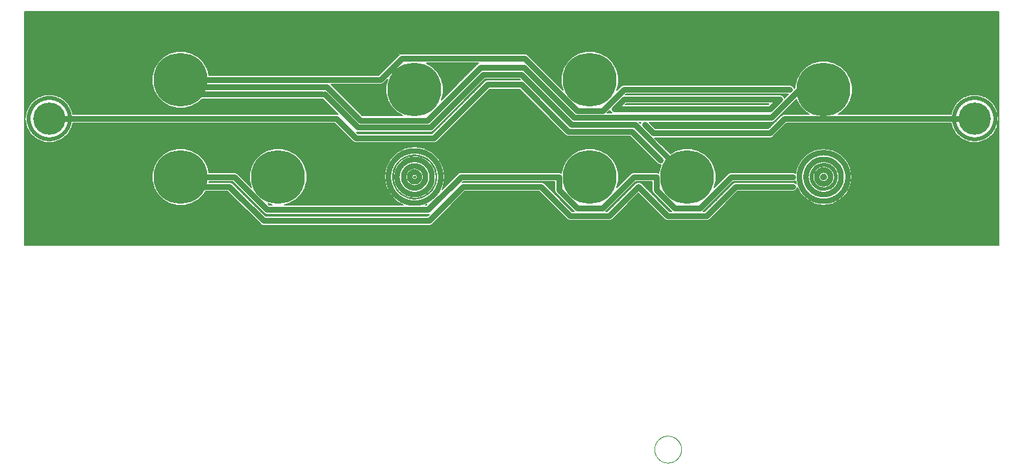
<source format=gtl>
G75*
%MOIN*%
%OFA0B0*%
%FSLAX25Y25*%
%IPPOS*%
%LPD*%
%AMOC8*
5,1,8,0,0,1.08239X$1,22.5*
%
%ADD10C,0.00000*%
%ADD11C,0.02500*%
%ADD12C,0.01969*%
%ADD13C,0.00600*%
%ADD14C,0.27622*%
%ADD15C,0.03000*%
%ADD16C,0.16598*%
D10*
X0002500Y0113040D02*
X0002500Y0233000D01*
X0501201Y0233000D01*
X0501201Y0113040D01*
X0002500Y0113040D01*
X0325610Y0008040D02*
X0325612Y0008209D01*
X0325618Y0008378D01*
X0325629Y0008547D01*
X0325643Y0008715D01*
X0325662Y0008883D01*
X0325685Y0009051D01*
X0325711Y0009218D01*
X0325742Y0009384D01*
X0325777Y0009550D01*
X0325816Y0009714D01*
X0325860Y0009878D01*
X0325907Y0010040D01*
X0325958Y0010201D01*
X0326013Y0010361D01*
X0326072Y0010520D01*
X0326134Y0010677D01*
X0326201Y0010832D01*
X0326272Y0010986D01*
X0326346Y0011138D01*
X0326424Y0011288D01*
X0326505Y0011436D01*
X0326590Y0011582D01*
X0326679Y0011726D01*
X0326771Y0011868D01*
X0326867Y0012007D01*
X0326966Y0012144D01*
X0327068Y0012279D01*
X0327174Y0012411D01*
X0327283Y0012540D01*
X0327395Y0012667D01*
X0327510Y0012791D01*
X0327628Y0012912D01*
X0327749Y0013030D01*
X0327873Y0013145D01*
X0328000Y0013257D01*
X0328129Y0013366D01*
X0328261Y0013472D01*
X0328396Y0013574D01*
X0328533Y0013673D01*
X0328672Y0013769D01*
X0328814Y0013861D01*
X0328958Y0013950D01*
X0329104Y0014035D01*
X0329252Y0014116D01*
X0329402Y0014194D01*
X0329554Y0014268D01*
X0329708Y0014339D01*
X0329863Y0014406D01*
X0330020Y0014468D01*
X0330179Y0014527D01*
X0330339Y0014582D01*
X0330500Y0014633D01*
X0330662Y0014680D01*
X0330826Y0014724D01*
X0330990Y0014763D01*
X0331156Y0014798D01*
X0331322Y0014829D01*
X0331489Y0014855D01*
X0331657Y0014878D01*
X0331825Y0014897D01*
X0331993Y0014911D01*
X0332162Y0014922D01*
X0332331Y0014928D01*
X0332500Y0014930D01*
X0332669Y0014928D01*
X0332838Y0014922D01*
X0333007Y0014911D01*
X0333175Y0014897D01*
X0333343Y0014878D01*
X0333511Y0014855D01*
X0333678Y0014829D01*
X0333844Y0014798D01*
X0334010Y0014763D01*
X0334174Y0014724D01*
X0334338Y0014680D01*
X0334500Y0014633D01*
X0334661Y0014582D01*
X0334821Y0014527D01*
X0334980Y0014468D01*
X0335137Y0014406D01*
X0335292Y0014339D01*
X0335446Y0014268D01*
X0335598Y0014194D01*
X0335748Y0014116D01*
X0335896Y0014035D01*
X0336042Y0013950D01*
X0336186Y0013861D01*
X0336328Y0013769D01*
X0336467Y0013673D01*
X0336604Y0013574D01*
X0336739Y0013472D01*
X0336871Y0013366D01*
X0337000Y0013257D01*
X0337127Y0013145D01*
X0337251Y0013030D01*
X0337372Y0012912D01*
X0337490Y0012791D01*
X0337605Y0012667D01*
X0337717Y0012540D01*
X0337826Y0012411D01*
X0337932Y0012279D01*
X0338034Y0012144D01*
X0338133Y0012007D01*
X0338229Y0011868D01*
X0338321Y0011726D01*
X0338410Y0011582D01*
X0338495Y0011436D01*
X0338576Y0011288D01*
X0338654Y0011138D01*
X0338728Y0010986D01*
X0338799Y0010832D01*
X0338866Y0010677D01*
X0338928Y0010520D01*
X0338987Y0010361D01*
X0339042Y0010201D01*
X0339093Y0010040D01*
X0339140Y0009878D01*
X0339184Y0009714D01*
X0339223Y0009550D01*
X0339258Y0009384D01*
X0339289Y0009218D01*
X0339315Y0009051D01*
X0339338Y0008883D01*
X0339357Y0008715D01*
X0339371Y0008547D01*
X0339382Y0008378D01*
X0339388Y0008209D01*
X0339390Y0008040D01*
X0339388Y0007871D01*
X0339382Y0007702D01*
X0339371Y0007533D01*
X0339357Y0007365D01*
X0339338Y0007197D01*
X0339315Y0007029D01*
X0339289Y0006862D01*
X0339258Y0006696D01*
X0339223Y0006530D01*
X0339184Y0006366D01*
X0339140Y0006202D01*
X0339093Y0006040D01*
X0339042Y0005879D01*
X0338987Y0005719D01*
X0338928Y0005560D01*
X0338866Y0005403D01*
X0338799Y0005248D01*
X0338728Y0005094D01*
X0338654Y0004942D01*
X0338576Y0004792D01*
X0338495Y0004644D01*
X0338410Y0004498D01*
X0338321Y0004354D01*
X0338229Y0004212D01*
X0338133Y0004073D01*
X0338034Y0003936D01*
X0337932Y0003801D01*
X0337826Y0003669D01*
X0337717Y0003540D01*
X0337605Y0003413D01*
X0337490Y0003289D01*
X0337372Y0003168D01*
X0337251Y0003050D01*
X0337127Y0002935D01*
X0337000Y0002823D01*
X0336871Y0002714D01*
X0336739Y0002608D01*
X0336604Y0002506D01*
X0336467Y0002407D01*
X0336328Y0002311D01*
X0336186Y0002219D01*
X0336042Y0002130D01*
X0335896Y0002045D01*
X0335748Y0001964D01*
X0335598Y0001886D01*
X0335446Y0001812D01*
X0335292Y0001741D01*
X0335137Y0001674D01*
X0334980Y0001612D01*
X0334821Y0001553D01*
X0334661Y0001498D01*
X0334500Y0001447D01*
X0334338Y0001400D01*
X0334174Y0001356D01*
X0334010Y0001317D01*
X0333844Y0001282D01*
X0333678Y0001251D01*
X0333511Y0001225D01*
X0333343Y0001202D01*
X0333175Y0001183D01*
X0333007Y0001169D01*
X0332838Y0001158D01*
X0332669Y0001152D01*
X0332500Y0001150D01*
X0332331Y0001152D01*
X0332162Y0001158D01*
X0331993Y0001169D01*
X0331825Y0001183D01*
X0331657Y0001202D01*
X0331489Y0001225D01*
X0331322Y0001251D01*
X0331156Y0001282D01*
X0330990Y0001317D01*
X0330826Y0001356D01*
X0330662Y0001400D01*
X0330500Y0001447D01*
X0330339Y0001498D01*
X0330179Y0001553D01*
X0330020Y0001612D01*
X0329863Y0001674D01*
X0329708Y0001741D01*
X0329554Y0001812D01*
X0329402Y0001886D01*
X0329252Y0001964D01*
X0329104Y0002045D01*
X0328958Y0002130D01*
X0328814Y0002219D01*
X0328672Y0002311D01*
X0328533Y0002407D01*
X0328396Y0002506D01*
X0328261Y0002608D01*
X0328129Y0002714D01*
X0328000Y0002823D01*
X0327873Y0002935D01*
X0327749Y0003050D01*
X0327628Y0003168D01*
X0327510Y0003289D01*
X0327395Y0003413D01*
X0327283Y0003540D01*
X0327174Y0003669D01*
X0327068Y0003801D01*
X0326966Y0003936D01*
X0326867Y0004073D01*
X0326771Y0004212D01*
X0326679Y0004354D01*
X0326590Y0004498D01*
X0326505Y0004644D01*
X0326424Y0004792D01*
X0326346Y0004942D01*
X0326272Y0005094D01*
X0326201Y0005248D01*
X0326134Y0005403D01*
X0326072Y0005560D01*
X0326013Y0005719D01*
X0325958Y0005879D01*
X0325907Y0006040D01*
X0325860Y0006202D01*
X0325816Y0006366D01*
X0325777Y0006530D01*
X0325742Y0006696D01*
X0325711Y0006862D01*
X0325685Y0007029D01*
X0325662Y0007197D01*
X0325643Y0007365D01*
X0325629Y0007533D01*
X0325618Y0007702D01*
X0325612Y0007871D01*
X0325610Y0008040D01*
D11*
X0400000Y0148040D02*
X0400004Y0148347D01*
X0400015Y0148653D01*
X0400034Y0148960D01*
X0400060Y0149265D01*
X0400094Y0149570D01*
X0400135Y0149874D01*
X0400184Y0150177D01*
X0400240Y0150479D01*
X0400304Y0150779D01*
X0400375Y0151077D01*
X0400453Y0151374D01*
X0400538Y0151669D01*
X0400631Y0151961D01*
X0400731Y0152251D01*
X0400838Y0152539D01*
X0400952Y0152824D01*
X0401072Y0153106D01*
X0401200Y0153384D01*
X0401335Y0153660D01*
X0401476Y0153932D01*
X0401624Y0154201D01*
X0401778Y0154466D01*
X0401939Y0154727D01*
X0402107Y0154985D01*
X0402280Y0155238D01*
X0402460Y0155486D01*
X0402646Y0155730D01*
X0402837Y0155970D01*
X0403035Y0156205D01*
X0403238Y0156434D01*
X0403447Y0156659D01*
X0403661Y0156879D01*
X0403881Y0157093D01*
X0404106Y0157302D01*
X0404335Y0157505D01*
X0404570Y0157703D01*
X0404810Y0157894D01*
X0405054Y0158080D01*
X0405302Y0158260D01*
X0405555Y0158433D01*
X0405813Y0158601D01*
X0406074Y0158762D01*
X0406339Y0158916D01*
X0406608Y0159064D01*
X0406880Y0159205D01*
X0407156Y0159340D01*
X0407434Y0159468D01*
X0407716Y0159588D01*
X0408001Y0159702D01*
X0408289Y0159809D01*
X0408579Y0159909D01*
X0408871Y0160002D01*
X0409166Y0160087D01*
X0409463Y0160165D01*
X0409761Y0160236D01*
X0410061Y0160300D01*
X0410363Y0160356D01*
X0410666Y0160405D01*
X0410970Y0160446D01*
X0411275Y0160480D01*
X0411580Y0160506D01*
X0411887Y0160525D01*
X0412193Y0160536D01*
X0412500Y0160540D01*
X0412807Y0160536D01*
X0413113Y0160525D01*
X0413420Y0160506D01*
X0413725Y0160480D01*
X0414030Y0160446D01*
X0414334Y0160405D01*
X0414637Y0160356D01*
X0414939Y0160300D01*
X0415239Y0160236D01*
X0415537Y0160165D01*
X0415834Y0160087D01*
X0416129Y0160002D01*
X0416421Y0159909D01*
X0416711Y0159809D01*
X0416999Y0159702D01*
X0417284Y0159588D01*
X0417566Y0159468D01*
X0417844Y0159340D01*
X0418120Y0159205D01*
X0418392Y0159064D01*
X0418661Y0158916D01*
X0418926Y0158762D01*
X0419187Y0158601D01*
X0419445Y0158433D01*
X0419698Y0158260D01*
X0419946Y0158080D01*
X0420190Y0157894D01*
X0420430Y0157703D01*
X0420665Y0157505D01*
X0420894Y0157302D01*
X0421119Y0157093D01*
X0421339Y0156879D01*
X0421553Y0156659D01*
X0421762Y0156434D01*
X0421965Y0156205D01*
X0422163Y0155970D01*
X0422354Y0155730D01*
X0422540Y0155486D01*
X0422720Y0155238D01*
X0422893Y0154985D01*
X0423061Y0154727D01*
X0423222Y0154466D01*
X0423376Y0154201D01*
X0423524Y0153932D01*
X0423665Y0153660D01*
X0423800Y0153384D01*
X0423928Y0153106D01*
X0424048Y0152824D01*
X0424162Y0152539D01*
X0424269Y0152251D01*
X0424369Y0151961D01*
X0424462Y0151669D01*
X0424547Y0151374D01*
X0424625Y0151077D01*
X0424696Y0150779D01*
X0424760Y0150479D01*
X0424816Y0150177D01*
X0424865Y0149874D01*
X0424906Y0149570D01*
X0424940Y0149265D01*
X0424966Y0148960D01*
X0424985Y0148653D01*
X0424996Y0148347D01*
X0425000Y0148040D01*
X0424996Y0147733D01*
X0424985Y0147427D01*
X0424966Y0147120D01*
X0424940Y0146815D01*
X0424906Y0146510D01*
X0424865Y0146206D01*
X0424816Y0145903D01*
X0424760Y0145601D01*
X0424696Y0145301D01*
X0424625Y0145003D01*
X0424547Y0144706D01*
X0424462Y0144411D01*
X0424369Y0144119D01*
X0424269Y0143829D01*
X0424162Y0143541D01*
X0424048Y0143256D01*
X0423928Y0142974D01*
X0423800Y0142696D01*
X0423665Y0142420D01*
X0423524Y0142148D01*
X0423376Y0141879D01*
X0423222Y0141614D01*
X0423061Y0141353D01*
X0422893Y0141095D01*
X0422720Y0140842D01*
X0422540Y0140594D01*
X0422354Y0140350D01*
X0422163Y0140110D01*
X0421965Y0139875D01*
X0421762Y0139646D01*
X0421553Y0139421D01*
X0421339Y0139201D01*
X0421119Y0138987D01*
X0420894Y0138778D01*
X0420665Y0138575D01*
X0420430Y0138377D01*
X0420190Y0138186D01*
X0419946Y0138000D01*
X0419698Y0137820D01*
X0419445Y0137647D01*
X0419187Y0137479D01*
X0418926Y0137318D01*
X0418661Y0137164D01*
X0418392Y0137016D01*
X0418120Y0136875D01*
X0417844Y0136740D01*
X0417566Y0136612D01*
X0417284Y0136492D01*
X0416999Y0136378D01*
X0416711Y0136271D01*
X0416421Y0136171D01*
X0416129Y0136078D01*
X0415834Y0135993D01*
X0415537Y0135915D01*
X0415239Y0135844D01*
X0414939Y0135780D01*
X0414637Y0135724D01*
X0414334Y0135675D01*
X0414030Y0135634D01*
X0413725Y0135600D01*
X0413420Y0135574D01*
X0413113Y0135555D01*
X0412807Y0135544D01*
X0412500Y0135540D01*
X0412193Y0135544D01*
X0411887Y0135555D01*
X0411580Y0135574D01*
X0411275Y0135600D01*
X0410970Y0135634D01*
X0410666Y0135675D01*
X0410363Y0135724D01*
X0410061Y0135780D01*
X0409761Y0135844D01*
X0409463Y0135915D01*
X0409166Y0135993D01*
X0408871Y0136078D01*
X0408579Y0136171D01*
X0408289Y0136271D01*
X0408001Y0136378D01*
X0407716Y0136492D01*
X0407434Y0136612D01*
X0407156Y0136740D01*
X0406880Y0136875D01*
X0406608Y0137016D01*
X0406339Y0137164D01*
X0406074Y0137318D01*
X0405813Y0137479D01*
X0405555Y0137647D01*
X0405302Y0137820D01*
X0405054Y0138000D01*
X0404810Y0138186D01*
X0404570Y0138377D01*
X0404335Y0138575D01*
X0404106Y0138778D01*
X0403881Y0138987D01*
X0403661Y0139201D01*
X0403447Y0139421D01*
X0403238Y0139646D01*
X0403035Y0139875D01*
X0402837Y0140110D01*
X0402646Y0140350D01*
X0402460Y0140594D01*
X0402280Y0140842D01*
X0402107Y0141095D01*
X0401939Y0141353D01*
X0401778Y0141614D01*
X0401624Y0141879D01*
X0401476Y0142148D01*
X0401335Y0142420D01*
X0401200Y0142696D01*
X0401072Y0142974D01*
X0400952Y0143256D01*
X0400838Y0143541D01*
X0400731Y0143829D01*
X0400631Y0144119D01*
X0400538Y0144411D01*
X0400453Y0144706D01*
X0400375Y0145003D01*
X0400304Y0145301D01*
X0400240Y0145601D01*
X0400184Y0145903D01*
X0400135Y0146206D01*
X0400094Y0146510D01*
X0400060Y0146815D01*
X0400034Y0147120D01*
X0400015Y0147427D01*
X0400004Y0147733D01*
X0400000Y0148040D01*
X0408964Y0148040D02*
X0408966Y0148159D01*
X0408972Y0148277D01*
X0408982Y0148396D01*
X0408996Y0148514D01*
X0409014Y0148631D01*
X0409036Y0148748D01*
X0409061Y0148864D01*
X0409091Y0148979D01*
X0409124Y0149093D01*
X0409162Y0149206D01*
X0409203Y0149317D01*
X0409248Y0149427D01*
X0409296Y0149536D01*
X0409348Y0149643D01*
X0409404Y0149748D01*
X0409463Y0149851D01*
X0409525Y0149952D01*
X0409591Y0150051D01*
X0409660Y0150147D01*
X0409733Y0150241D01*
X0409808Y0150333D01*
X0409887Y0150422D01*
X0409968Y0150509D01*
X0410053Y0150592D01*
X0410140Y0150673D01*
X0410230Y0150751D01*
X0410322Y0150826D01*
X0410417Y0150897D01*
X0410514Y0150966D01*
X0410613Y0151031D01*
X0410715Y0151092D01*
X0410818Y0151151D01*
X0410924Y0151205D01*
X0411031Y0151256D01*
X0411140Y0151304D01*
X0411250Y0151348D01*
X0411362Y0151388D01*
X0411475Y0151424D01*
X0411590Y0151457D01*
X0411705Y0151485D01*
X0411821Y0151510D01*
X0411938Y0151531D01*
X0412056Y0151548D01*
X0412174Y0151561D01*
X0412292Y0151570D01*
X0412411Y0151575D01*
X0412530Y0151576D01*
X0412648Y0151573D01*
X0412767Y0151566D01*
X0412885Y0151555D01*
X0413003Y0151540D01*
X0413121Y0151521D01*
X0413237Y0151498D01*
X0413353Y0151472D01*
X0413468Y0151441D01*
X0413581Y0151407D01*
X0413694Y0151368D01*
X0413805Y0151326D01*
X0413915Y0151281D01*
X0414023Y0151231D01*
X0414129Y0151178D01*
X0414234Y0151122D01*
X0414336Y0151062D01*
X0414437Y0150999D01*
X0414535Y0150932D01*
X0414631Y0150862D01*
X0414725Y0150789D01*
X0414816Y0150712D01*
X0414904Y0150633D01*
X0414990Y0150551D01*
X0415073Y0150466D01*
X0415153Y0150378D01*
X0415230Y0150288D01*
X0415304Y0150195D01*
X0415375Y0150099D01*
X0415442Y0150001D01*
X0415506Y0149901D01*
X0415567Y0149799D01*
X0415625Y0149695D01*
X0415678Y0149589D01*
X0415729Y0149482D01*
X0415775Y0149373D01*
X0415818Y0149262D01*
X0415857Y0149150D01*
X0415893Y0149036D01*
X0415924Y0148922D01*
X0415952Y0148806D01*
X0415976Y0148690D01*
X0415996Y0148573D01*
X0416012Y0148455D01*
X0416024Y0148337D01*
X0416032Y0148218D01*
X0416036Y0148099D01*
X0416036Y0147981D01*
X0416032Y0147862D01*
X0416024Y0147743D01*
X0416012Y0147625D01*
X0415996Y0147507D01*
X0415976Y0147390D01*
X0415952Y0147274D01*
X0415924Y0147158D01*
X0415893Y0147044D01*
X0415857Y0146930D01*
X0415818Y0146818D01*
X0415775Y0146707D01*
X0415729Y0146598D01*
X0415678Y0146491D01*
X0415625Y0146385D01*
X0415567Y0146281D01*
X0415506Y0146179D01*
X0415442Y0146079D01*
X0415375Y0145981D01*
X0415304Y0145885D01*
X0415230Y0145792D01*
X0415153Y0145702D01*
X0415073Y0145614D01*
X0414990Y0145529D01*
X0414904Y0145447D01*
X0414816Y0145368D01*
X0414725Y0145291D01*
X0414631Y0145218D01*
X0414535Y0145148D01*
X0414437Y0145081D01*
X0414336Y0145018D01*
X0414234Y0144958D01*
X0414129Y0144902D01*
X0414023Y0144849D01*
X0413915Y0144799D01*
X0413805Y0144754D01*
X0413694Y0144712D01*
X0413581Y0144673D01*
X0413468Y0144639D01*
X0413353Y0144608D01*
X0413237Y0144582D01*
X0413121Y0144559D01*
X0413003Y0144540D01*
X0412885Y0144525D01*
X0412767Y0144514D01*
X0412648Y0144507D01*
X0412530Y0144504D01*
X0412411Y0144505D01*
X0412292Y0144510D01*
X0412174Y0144519D01*
X0412056Y0144532D01*
X0411938Y0144549D01*
X0411821Y0144570D01*
X0411705Y0144595D01*
X0411590Y0144623D01*
X0411475Y0144656D01*
X0411362Y0144692D01*
X0411250Y0144732D01*
X0411140Y0144776D01*
X0411031Y0144824D01*
X0410924Y0144875D01*
X0410818Y0144929D01*
X0410715Y0144988D01*
X0410613Y0145049D01*
X0410514Y0145114D01*
X0410417Y0145183D01*
X0410322Y0145254D01*
X0410230Y0145329D01*
X0410140Y0145407D01*
X0410053Y0145488D01*
X0409968Y0145571D01*
X0409887Y0145658D01*
X0409808Y0145747D01*
X0409733Y0145839D01*
X0409660Y0145933D01*
X0409591Y0146029D01*
X0409525Y0146128D01*
X0409463Y0146229D01*
X0409404Y0146332D01*
X0409348Y0146437D01*
X0409296Y0146544D01*
X0409248Y0146653D01*
X0409203Y0146763D01*
X0409162Y0146874D01*
X0409124Y0146987D01*
X0409091Y0147101D01*
X0409061Y0147216D01*
X0409036Y0147332D01*
X0409014Y0147449D01*
X0408996Y0147566D01*
X0408982Y0147684D01*
X0408972Y0147803D01*
X0408966Y0147921D01*
X0408964Y0148040D01*
X0403486Y0148040D02*
X0403489Y0148261D01*
X0403497Y0148482D01*
X0403510Y0148703D01*
X0403529Y0148924D01*
X0403554Y0149143D01*
X0403584Y0149363D01*
X0403619Y0149581D01*
X0403659Y0149799D01*
X0403705Y0150015D01*
X0403756Y0150230D01*
X0403813Y0150444D01*
X0403874Y0150657D01*
X0403941Y0150868D01*
X0404013Y0151077D01*
X0404090Y0151284D01*
X0404172Y0151490D01*
X0404259Y0151693D01*
X0404351Y0151894D01*
X0404448Y0152093D01*
X0404550Y0152289D01*
X0404657Y0152483D01*
X0404768Y0152674D01*
X0404884Y0152862D01*
X0405005Y0153048D01*
X0405130Y0153230D01*
X0405260Y0153410D01*
X0405394Y0153586D01*
X0405532Y0153758D01*
X0405675Y0153928D01*
X0405821Y0154093D01*
X0405972Y0154256D01*
X0406126Y0154414D01*
X0406284Y0154568D01*
X0406447Y0154719D01*
X0406612Y0154865D01*
X0406782Y0155008D01*
X0406954Y0155146D01*
X0407130Y0155280D01*
X0407310Y0155410D01*
X0407492Y0155535D01*
X0407678Y0155656D01*
X0407866Y0155772D01*
X0408057Y0155883D01*
X0408251Y0155990D01*
X0408447Y0156092D01*
X0408646Y0156189D01*
X0408847Y0156281D01*
X0409050Y0156368D01*
X0409256Y0156450D01*
X0409463Y0156527D01*
X0409672Y0156599D01*
X0409883Y0156666D01*
X0410096Y0156727D01*
X0410310Y0156784D01*
X0410525Y0156835D01*
X0410741Y0156881D01*
X0410959Y0156921D01*
X0411177Y0156956D01*
X0411397Y0156986D01*
X0411616Y0157011D01*
X0411837Y0157030D01*
X0412058Y0157043D01*
X0412279Y0157051D01*
X0412500Y0157054D01*
X0412721Y0157051D01*
X0412942Y0157043D01*
X0413163Y0157030D01*
X0413384Y0157011D01*
X0413603Y0156986D01*
X0413823Y0156956D01*
X0414041Y0156921D01*
X0414259Y0156881D01*
X0414475Y0156835D01*
X0414690Y0156784D01*
X0414904Y0156727D01*
X0415117Y0156666D01*
X0415328Y0156599D01*
X0415537Y0156527D01*
X0415744Y0156450D01*
X0415950Y0156368D01*
X0416153Y0156281D01*
X0416354Y0156189D01*
X0416553Y0156092D01*
X0416749Y0155990D01*
X0416943Y0155883D01*
X0417134Y0155772D01*
X0417322Y0155656D01*
X0417508Y0155535D01*
X0417690Y0155410D01*
X0417870Y0155280D01*
X0418046Y0155146D01*
X0418218Y0155008D01*
X0418388Y0154865D01*
X0418553Y0154719D01*
X0418716Y0154568D01*
X0418874Y0154414D01*
X0419028Y0154256D01*
X0419179Y0154093D01*
X0419325Y0153928D01*
X0419468Y0153758D01*
X0419606Y0153586D01*
X0419740Y0153410D01*
X0419870Y0153230D01*
X0419995Y0153048D01*
X0420116Y0152862D01*
X0420232Y0152674D01*
X0420343Y0152483D01*
X0420450Y0152289D01*
X0420552Y0152093D01*
X0420649Y0151894D01*
X0420741Y0151693D01*
X0420828Y0151490D01*
X0420910Y0151284D01*
X0420987Y0151077D01*
X0421059Y0150868D01*
X0421126Y0150657D01*
X0421187Y0150444D01*
X0421244Y0150230D01*
X0421295Y0150015D01*
X0421341Y0149799D01*
X0421381Y0149581D01*
X0421416Y0149363D01*
X0421446Y0149143D01*
X0421471Y0148924D01*
X0421490Y0148703D01*
X0421503Y0148482D01*
X0421511Y0148261D01*
X0421514Y0148040D01*
X0421511Y0147819D01*
X0421503Y0147598D01*
X0421490Y0147377D01*
X0421471Y0147156D01*
X0421446Y0146937D01*
X0421416Y0146717D01*
X0421381Y0146499D01*
X0421341Y0146281D01*
X0421295Y0146065D01*
X0421244Y0145850D01*
X0421187Y0145636D01*
X0421126Y0145423D01*
X0421059Y0145212D01*
X0420987Y0145003D01*
X0420910Y0144796D01*
X0420828Y0144590D01*
X0420741Y0144387D01*
X0420649Y0144186D01*
X0420552Y0143987D01*
X0420450Y0143791D01*
X0420343Y0143597D01*
X0420232Y0143406D01*
X0420116Y0143218D01*
X0419995Y0143032D01*
X0419870Y0142850D01*
X0419740Y0142670D01*
X0419606Y0142494D01*
X0419468Y0142322D01*
X0419325Y0142152D01*
X0419179Y0141987D01*
X0419028Y0141824D01*
X0418874Y0141666D01*
X0418716Y0141512D01*
X0418553Y0141361D01*
X0418388Y0141215D01*
X0418218Y0141072D01*
X0418046Y0140934D01*
X0417870Y0140800D01*
X0417690Y0140670D01*
X0417508Y0140545D01*
X0417322Y0140424D01*
X0417134Y0140308D01*
X0416943Y0140197D01*
X0416749Y0140090D01*
X0416553Y0139988D01*
X0416354Y0139891D01*
X0416153Y0139799D01*
X0415950Y0139712D01*
X0415744Y0139630D01*
X0415537Y0139553D01*
X0415328Y0139481D01*
X0415117Y0139414D01*
X0414904Y0139353D01*
X0414690Y0139296D01*
X0414475Y0139245D01*
X0414259Y0139199D01*
X0414041Y0139159D01*
X0413823Y0139124D01*
X0413603Y0139094D01*
X0413384Y0139069D01*
X0413163Y0139050D01*
X0412942Y0139037D01*
X0412721Y0139029D01*
X0412500Y0139026D01*
X0412279Y0139029D01*
X0412058Y0139037D01*
X0411837Y0139050D01*
X0411616Y0139069D01*
X0411397Y0139094D01*
X0411177Y0139124D01*
X0410959Y0139159D01*
X0410741Y0139199D01*
X0410525Y0139245D01*
X0410310Y0139296D01*
X0410096Y0139353D01*
X0409883Y0139414D01*
X0409672Y0139481D01*
X0409463Y0139553D01*
X0409256Y0139630D01*
X0409050Y0139712D01*
X0408847Y0139799D01*
X0408646Y0139891D01*
X0408447Y0139988D01*
X0408251Y0140090D01*
X0408057Y0140197D01*
X0407866Y0140308D01*
X0407678Y0140424D01*
X0407492Y0140545D01*
X0407310Y0140670D01*
X0407130Y0140800D01*
X0406954Y0140934D01*
X0406782Y0141072D01*
X0406612Y0141215D01*
X0406447Y0141361D01*
X0406284Y0141512D01*
X0406126Y0141666D01*
X0405972Y0141824D01*
X0405821Y0141987D01*
X0405675Y0142152D01*
X0405532Y0142322D01*
X0405394Y0142494D01*
X0405260Y0142670D01*
X0405130Y0142850D01*
X0405005Y0143032D01*
X0404884Y0143218D01*
X0404768Y0143406D01*
X0404657Y0143597D01*
X0404550Y0143791D01*
X0404448Y0143987D01*
X0404351Y0144186D01*
X0404259Y0144387D01*
X0404172Y0144590D01*
X0404090Y0144796D01*
X0404013Y0145003D01*
X0403941Y0145212D01*
X0403874Y0145423D01*
X0403813Y0145636D01*
X0403756Y0145850D01*
X0403705Y0146065D01*
X0403659Y0146281D01*
X0403619Y0146499D01*
X0403584Y0146717D01*
X0403554Y0146937D01*
X0403529Y0147156D01*
X0403510Y0147377D01*
X0403497Y0147598D01*
X0403489Y0147819D01*
X0403486Y0148040D01*
X0189037Y0148040D02*
X0189041Y0148370D01*
X0189053Y0148701D01*
X0189073Y0149030D01*
X0189102Y0149360D01*
X0189138Y0149688D01*
X0189183Y0150015D01*
X0189235Y0150342D01*
X0189296Y0150667D01*
X0189364Y0150990D01*
X0189440Y0151311D01*
X0189525Y0151631D01*
X0189617Y0151948D01*
X0189717Y0152263D01*
X0189824Y0152576D01*
X0189939Y0152885D01*
X0190062Y0153192D01*
X0190192Y0153496D01*
X0190330Y0153796D01*
X0190475Y0154093D01*
X0190627Y0154386D01*
X0190786Y0154676D01*
X0190952Y0154961D01*
X0191126Y0155243D01*
X0191306Y0155520D01*
X0191493Y0155792D01*
X0191686Y0156060D01*
X0191886Y0156323D01*
X0192093Y0156581D01*
X0192306Y0156834D01*
X0192525Y0157081D01*
X0192749Y0157323D01*
X0192980Y0157560D01*
X0193217Y0157791D01*
X0193459Y0158015D01*
X0193706Y0158234D01*
X0193959Y0158447D01*
X0194217Y0158654D01*
X0194480Y0158854D01*
X0194748Y0159047D01*
X0195020Y0159234D01*
X0195297Y0159414D01*
X0195579Y0159588D01*
X0195864Y0159754D01*
X0196154Y0159913D01*
X0196447Y0160065D01*
X0196744Y0160210D01*
X0197044Y0160348D01*
X0197348Y0160478D01*
X0197655Y0160601D01*
X0197964Y0160716D01*
X0198277Y0160823D01*
X0198592Y0160923D01*
X0198909Y0161015D01*
X0199229Y0161100D01*
X0199550Y0161176D01*
X0199873Y0161244D01*
X0200198Y0161305D01*
X0200525Y0161357D01*
X0200852Y0161402D01*
X0201180Y0161438D01*
X0201510Y0161467D01*
X0201839Y0161487D01*
X0202170Y0161499D01*
X0202500Y0161503D01*
X0202830Y0161499D01*
X0203161Y0161487D01*
X0203490Y0161467D01*
X0203820Y0161438D01*
X0204148Y0161402D01*
X0204475Y0161357D01*
X0204802Y0161305D01*
X0205127Y0161244D01*
X0205450Y0161176D01*
X0205771Y0161100D01*
X0206091Y0161015D01*
X0206408Y0160923D01*
X0206723Y0160823D01*
X0207036Y0160716D01*
X0207345Y0160601D01*
X0207652Y0160478D01*
X0207956Y0160348D01*
X0208256Y0160210D01*
X0208553Y0160065D01*
X0208846Y0159913D01*
X0209136Y0159754D01*
X0209421Y0159588D01*
X0209703Y0159414D01*
X0209980Y0159234D01*
X0210252Y0159047D01*
X0210520Y0158854D01*
X0210783Y0158654D01*
X0211041Y0158447D01*
X0211294Y0158234D01*
X0211541Y0158015D01*
X0211783Y0157791D01*
X0212020Y0157560D01*
X0212251Y0157323D01*
X0212475Y0157081D01*
X0212694Y0156834D01*
X0212907Y0156581D01*
X0213114Y0156323D01*
X0213314Y0156060D01*
X0213507Y0155792D01*
X0213694Y0155520D01*
X0213874Y0155243D01*
X0214048Y0154961D01*
X0214214Y0154676D01*
X0214373Y0154386D01*
X0214525Y0154093D01*
X0214670Y0153796D01*
X0214808Y0153496D01*
X0214938Y0153192D01*
X0215061Y0152885D01*
X0215176Y0152576D01*
X0215283Y0152263D01*
X0215383Y0151948D01*
X0215475Y0151631D01*
X0215560Y0151311D01*
X0215636Y0150990D01*
X0215704Y0150667D01*
X0215765Y0150342D01*
X0215817Y0150015D01*
X0215862Y0149688D01*
X0215898Y0149360D01*
X0215927Y0149030D01*
X0215947Y0148701D01*
X0215959Y0148370D01*
X0215963Y0148040D01*
X0215959Y0147710D01*
X0215947Y0147379D01*
X0215927Y0147050D01*
X0215898Y0146720D01*
X0215862Y0146392D01*
X0215817Y0146065D01*
X0215765Y0145738D01*
X0215704Y0145413D01*
X0215636Y0145090D01*
X0215560Y0144769D01*
X0215475Y0144449D01*
X0215383Y0144132D01*
X0215283Y0143817D01*
X0215176Y0143504D01*
X0215061Y0143195D01*
X0214938Y0142888D01*
X0214808Y0142584D01*
X0214670Y0142284D01*
X0214525Y0141987D01*
X0214373Y0141694D01*
X0214214Y0141404D01*
X0214048Y0141119D01*
X0213874Y0140837D01*
X0213694Y0140560D01*
X0213507Y0140288D01*
X0213314Y0140020D01*
X0213114Y0139757D01*
X0212907Y0139499D01*
X0212694Y0139246D01*
X0212475Y0138999D01*
X0212251Y0138757D01*
X0212020Y0138520D01*
X0211783Y0138289D01*
X0211541Y0138065D01*
X0211294Y0137846D01*
X0211041Y0137633D01*
X0210783Y0137426D01*
X0210520Y0137226D01*
X0210252Y0137033D01*
X0209980Y0136846D01*
X0209703Y0136666D01*
X0209421Y0136492D01*
X0209136Y0136326D01*
X0208846Y0136167D01*
X0208553Y0136015D01*
X0208256Y0135870D01*
X0207956Y0135732D01*
X0207652Y0135602D01*
X0207345Y0135479D01*
X0207036Y0135364D01*
X0206723Y0135257D01*
X0206408Y0135157D01*
X0206091Y0135065D01*
X0205771Y0134980D01*
X0205450Y0134904D01*
X0205127Y0134836D01*
X0204802Y0134775D01*
X0204475Y0134723D01*
X0204148Y0134678D01*
X0203820Y0134642D01*
X0203490Y0134613D01*
X0203161Y0134593D01*
X0202830Y0134581D01*
X0202500Y0134577D01*
X0202170Y0134581D01*
X0201839Y0134593D01*
X0201510Y0134613D01*
X0201180Y0134642D01*
X0200852Y0134678D01*
X0200525Y0134723D01*
X0200198Y0134775D01*
X0199873Y0134836D01*
X0199550Y0134904D01*
X0199229Y0134980D01*
X0198909Y0135065D01*
X0198592Y0135157D01*
X0198277Y0135257D01*
X0197964Y0135364D01*
X0197655Y0135479D01*
X0197348Y0135602D01*
X0197044Y0135732D01*
X0196744Y0135870D01*
X0196447Y0136015D01*
X0196154Y0136167D01*
X0195864Y0136326D01*
X0195579Y0136492D01*
X0195297Y0136666D01*
X0195020Y0136846D01*
X0194748Y0137033D01*
X0194480Y0137226D01*
X0194217Y0137426D01*
X0193959Y0137633D01*
X0193706Y0137846D01*
X0193459Y0138065D01*
X0193217Y0138289D01*
X0192980Y0138520D01*
X0192749Y0138757D01*
X0192525Y0138999D01*
X0192306Y0139246D01*
X0192093Y0139499D01*
X0191886Y0139757D01*
X0191686Y0140020D01*
X0191493Y0140288D01*
X0191306Y0140560D01*
X0191126Y0140837D01*
X0190952Y0141119D01*
X0190786Y0141404D01*
X0190627Y0141694D01*
X0190475Y0141987D01*
X0190330Y0142284D01*
X0190192Y0142584D01*
X0190062Y0142888D01*
X0189939Y0143195D01*
X0189824Y0143504D01*
X0189717Y0143817D01*
X0189617Y0144132D01*
X0189525Y0144449D01*
X0189440Y0144769D01*
X0189364Y0145090D01*
X0189296Y0145413D01*
X0189235Y0145738D01*
X0189183Y0146065D01*
X0189138Y0146392D01*
X0189102Y0146720D01*
X0189073Y0147050D01*
X0189053Y0147379D01*
X0189041Y0147710D01*
X0189037Y0148040D01*
X0200000Y0148040D02*
X0200002Y0148139D01*
X0200008Y0148239D01*
X0200018Y0148338D01*
X0200032Y0148436D01*
X0200049Y0148534D01*
X0200071Y0148631D01*
X0200096Y0148727D01*
X0200125Y0148822D01*
X0200158Y0148916D01*
X0200195Y0149008D01*
X0200235Y0149099D01*
X0200279Y0149188D01*
X0200327Y0149276D01*
X0200378Y0149361D01*
X0200432Y0149444D01*
X0200489Y0149526D01*
X0200550Y0149604D01*
X0200614Y0149681D01*
X0200680Y0149754D01*
X0200750Y0149825D01*
X0200822Y0149893D01*
X0200897Y0149959D01*
X0200975Y0150021D01*
X0201055Y0150080D01*
X0201137Y0150136D01*
X0201221Y0150188D01*
X0201308Y0150237D01*
X0201396Y0150283D01*
X0201486Y0150325D01*
X0201578Y0150364D01*
X0201671Y0150399D01*
X0201765Y0150430D01*
X0201861Y0150457D01*
X0201958Y0150480D01*
X0202055Y0150500D01*
X0202153Y0150516D01*
X0202252Y0150528D01*
X0202351Y0150536D01*
X0202450Y0150540D01*
X0202550Y0150540D01*
X0202649Y0150536D01*
X0202748Y0150528D01*
X0202847Y0150516D01*
X0202945Y0150500D01*
X0203042Y0150480D01*
X0203139Y0150457D01*
X0203235Y0150430D01*
X0203329Y0150399D01*
X0203422Y0150364D01*
X0203514Y0150325D01*
X0203604Y0150283D01*
X0203692Y0150237D01*
X0203779Y0150188D01*
X0203863Y0150136D01*
X0203945Y0150080D01*
X0204025Y0150021D01*
X0204103Y0149959D01*
X0204178Y0149893D01*
X0204250Y0149825D01*
X0204320Y0149754D01*
X0204386Y0149681D01*
X0204450Y0149604D01*
X0204511Y0149526D01*
X0204568Y0149444D01*
X0204622Y0149361D01*
X0204673Y0149276D01*
X0204721Y0149188D01*
X0204765Y0149099D01*
X0204805Y0149008D01*
X0204842Y0148916D01*
X0204875Y0148822D01*
X0204904Y0148727D01*
X0204929Y0148631D01*
X0204951Y0148534D01*
X0204968Y0148436D01*
X0204982Y0148338D01*
X0204992Y0148239D01*
X0204998Y0148139D01*
X0205000Y0148040D01*
X0204998Y0147941D01*
X0204992Y0147841D01*
X0204982Y0147742D01*
X0204968Y0147644D01*
X0204951Y0147546D01*
X0204929Y0147449D01*
X0204904Y0147353D01*
X0204875Y0147258D01*
X0204842Y0147164D01*
X0204805Y0147072D01*
X0204765Y0146981D01*
X0204721Y0146892D01*
X0204673Y0146804D01*
X0204622Y0146719D01*
X0204568Y0146636D01*
X0204511Y0146554D01*
X0204450Y0146476D01*
X0204386Y0146399D01*
X0204320Y0146326D01*
X0204250Y0146255D01*
X0204178Y0146187D01*
X0204103Y0146121D01*
X0204025Y0146059D01*
X0203945Y0146000D01*
X0203863Y0145944D01*
X0203779Y0145892D01*
X0203692Y0145843D01*
X0203604Y0145797D01*
X0203514Y0145755D01*
X0203422Y0145716D01*
X0203329Y0145681D01*
X0203235Y0145650D01*
X0203139Y0145623D01*
X0203042Y0145600D01*
X0202945Y0145580D01*
X0202847Y0145564D01*
X0202748Y0145552D01*
X0202649Y0145544D01*
X0202550Y0145540D01*
X0202450Y0145540D01*
X0202351Y0145544D01*
X0202252Y0145552D01*
X0202153Y0145564D01*
X0202055Y0145580D01*
X0201958Y0145600D01*
X0201861Y0145623D01*
X0201765Y0145650D01*
X0201671Y0145681D01*
X0201578Y0145716D01*
X0201486Y0145755D01*
X0201396Y0145797D01*
X0201308Y0145843D01*
X0201221Y0145892D01*
X0201137Y0145944D01*
X0201055Y0146000D01*
X0200975Y0146059D01*
X0200897Y0146121D01*
X0200822Y0146187D01*
X0200750Y0146255D01*
X0200680Y0146326D01*
X0200614Y0146399D01*
X0200550Y0146476D01*
X0200489Y0146554D01*
X0200432Y0146636D01*
X0200378Y0146719D01*
X0200327Y0146804D01*
X0200279Y0146892D01*
X0200235Y0146981D01*
X0200195Y0147072D01*
X0200158Y0147164D01*
X0200125Y0147258D01*
X0200096Y0147353D01*
X0200071Y0147449D01*
X0200049Y0147546D01*
X0200032Y0147644D01*
X0200018Y0147742D01*
X0200008Y0147841D01*
X0200002Y0147941D01*
X0200000Y0148040D01*
X0196910Y0148040D02*
X0196912Y0148189D01*
X0196918Y0148339D01*
X0196928Y0148488D01*
X0196942Y0148637D01*
X0196960Y0148785D01*
X0196982Y0148933D01*
X0197008Y0149080D01*
X0197037Y0149227D01*
X0197071Y0149372D01*
X0197109Y0149517D01*
X0197150Y0149660D01*
X0197195Y0149803D01*
X0197244Y0149944D01*
X0197297Y0150084D01*
X0197354Y0150222D01*
X0197414Y0150359D01*
X0197478Y0150494D01*
X0197545Y0150628D01*
X0197616Y0150759D01*
X0197690Y0150889D01*
X0197768Y0151016D01*
X0197849Y0151142D01*
X0197934Y0151265D01*
X0198022Y0151386D01*
X0198113Y0151504D01*
X0198207Y0151620D01*
X0198304Y0151734D01*
X0198405Y0151845D01*
X0198508Y0151953D01*
X0198614Y0152058D01*
X0198723Y0152161D01*
X0198834Y0152260D01*
X0198948Y0152357D01*
X0199065Y0152450D01*
X0199184Y0152540D01*
X0199306Y0152627D01*
X0199429Y0152711D01*
X0199555Y0152792D01*
X0199683Y0152869D01*
X0199814Y0152942D01*
X0199946Y0153012D01*
X0200079Y0153079D01*
X0200215Y0153142D01*
X0200352Y0153201D01*
X0200491Y0153256D01*
X0200631Y0153308D01*
X0200773Y0153356D01*
X0200915Y0153401D01*
X0201059Y0153441D01*
X0201204Y0153478D01*
X0201350Y0153510D01*
X0201497Y0153539D01*
X0201644Y0153564D01*
X0201792Y0153585D01*
X0201940Y0153602D01*
X0202089Y0153615D01*
X0202239Y0153624D01*
X0202388Y0153629D01*
X0202537Y0153630D01*
X0202687Y0153627D01*
X0202836Y0153620D01*
X0202985Y0153609D01*
X0203134Y0153594D01*
X0203282Y0153575D01*
X0203430Y0153552D01*
X0203577Y0153525D01*
X0203723Y0153495D01*
X0203868Y0153460D01*
X0204013Y0153421D01*
X0204156Y0153379D01*
X0204298Y0153333D01*
X0204439Y0153283D01*
X0204579Y0153229D01*
X0204717Y0153172D01*
X0204853Y0153111D01*
X0204988Y0153046D01*
X0205121Y0152978D01*
X0205252Y0152906D01*
X0205381Y0152830D01*
X0205508Y0152752D01*
X0205633Y0152670D01*
X0205755Y0152584D01*
X0205876Y0152496D01*
X0205994Y0152404D01*
X0206109Y0152309D01*
X0206222Y0152211D01*
X0206332Y0152110D01*
X0206439Y0152006D01*
X0206544Y0151899D01*
X0206646Y0151790D01*
X0206745Y0151678D01*
X0206840Y0151563D01*
X0206933Y0151445D01*
X0207022Y0151326D01*
X0207109Y0151204D01*
X0207192Y0151079D01*
X0207271Y0150953D01*
X0207347Y0150824D01*
X0207420Y0150694D01*
X0207489Y0150561D01*
X0207555Y0150427D01*
X0207617Y0150291D01*
X0207675Y0150153D01*
X0207730Y0150014D01*
X0207781Y0149874D01*
X0207828Y0149732D01*
X0207871Y0149589D01*
X0207911Y0149445D01*
X0207946Y0149299D01*
X0207978Y0149153D01*
X0208006Y0149007D01*
X0208030Y0148859D01*
X0208050Y0148711D01*
X0208066Y0148562D01*
X0208078Y0148413D01*
X0208086Y0148264D01*
X0208090Y0148115D01*
X0208090Y0147965D01*
X0208086Y0147816D01*
X0208078Y0147667D01*
X0208066Y0147518D01*
X0208050Y0147369D01*
X0208030Y0147221D01*
X0208006Y0147073D01*
X0207978Y0146927D01*
X0207946Y0146781D01*
X0207911Y0146635D01*
X0207871Y0146491D01*
X0207828Y0146348D01*
X0207781Y0146206D01*
X0207730Y0146066D01*
X0207675Y0145927D01*
X0207617Y0145789D01*
X0207555Y0145653D01*
X0207489Y0145519D01*
X0207420Y0145386D01*
X0207347Y0145256D01*
X0207271Y0145127D01*
X0207192Y0145001D01*
X0207109Y0144876D01*
X0207022Y0144754D01*
X0206933Y0144635D01*
X0206840Y0144517D01*
X0206745Y0144402D01*
X0206646Y0144290D01*
X0206544Y0144181D01*
X0206439Y0144074D01*
X0206332Y0143970D01*
X0206222Y0143869D01*
X0206109Y0143771D01*
X0205994Y0143676D01*
X0205876Y0143584D01*
X0205755Y0143496D01*
X0205633Y0143410D01*
X0205508Y0143328D01*
X0205381Y0143250D01*
X0205252Y0143174D01*
X0205121Y0143102D01*
X0204988Y0143034D01*
X0204853Y0142969D01*
X0204717Y0142908D01*
X0204579Y0142851D01*
X0204439Y0142797D01*
X0204298Y0142747D01*
X0204156Y0142701D01*
X0204013Y0142659D01*
X0203868Y0142620D01*
X0203723Y0142585D01*
X0203577Y0142555D01*
X0203430Y0142528D01*
X0203282Y0142505D01*
X0203134Y0142486D01*
X0202985Y0142471D01*
X0202836Y0142460D01*
X0202687Y0142453D01*
X0202537Y0142450D01*
X0202388Y0142451D01*
X0202239Y0142456D01*
X0202089Y0142465D01*
X0201940Y0142478D01*
X0201792Y0142495D01*
X0201644Y0142516D01*
X0201497Y0142541D01*
X0201350Y0142570D01*
X0201204Y0142602D01*
X0201059Y0142639D01*
X0200915Y0142679D01*
X0200773Y0142724D01*
X0200631Y0142772D01*
X0200491Y0142824D01*
X0200352Y0142879D01*
X0200215Y0142938D01*
X0200079Y0143001D01*
X0199946Y0143068D01*
X0199814Y0143138D01*
X0199683Y0143211D01*
X0199555Y0143288D01*
X0199429Y0143369D01*
X0199306Y0143453D01*
X0199184Y0143540D01*
X0199065Y0143630D01*
X0198948Y0143723D01*
X0198834Y0143820D01*
X0198723Y0143919D01*
X0198614Y0144022D01*
X0198508Y0144127D01*
X0198405Y0144235D01*
X0198304Y0144346D01*
X0198207Y0144460D01*
X0198113Y0144576D01*
X0198022Y0144694D01*
X0197934Y0144815D01*
X0197849Y0144938D01*
X0197768Y0145064D01*
X0197690Y0145191D01*
X0197616Y0145321D01*
X0197545Y0145452D01*
X0197478Y0145586D01*
X0197414Y0145721D01*
X0197354Y0145858D01*
X0197297Y0145996D01*
X0197244Y0146136D01*
X0197195Y0146277D01*
X0197150Y0146420D01*
X0197109Y0146563D01*
X0197071Y0146708D01*
X0197037Y0146853D01*
X0197008Y0147000D01*
X0196982Y0147147D01*
X0196960Y0147295D01*
X0196942Y0147443D01*
X0196928Y0147592D01*
X0196918Y0147741D01*
X0196912Y0147891D01*
X0196910Y0148040D01*
X0193486Y0148040D02*
X0193489Y0148261D01*
X0193497Y0148482D01*
X0193510Y0148703D01*
X0193529Y0148924D01*
X0193554Y0149143D01*
X0193584Y0149363D01*
X0193619Y0149581D01*
X0193659Y0149799D01*
X0193705Y0150015D01*
X0193756Y0150230D01*
X0193813Y0150444D01*
X0193874Y0150657D01*
X0193941Y0150868D01*
X0194013Y0151077D01*
X0194090Y0151284D01*
X0194172Y0151490D01*
X0194259Y0151693D01*
X0194351Y0151894D01*
X0194448Y0152093D01*
X0194550Y0152289D01*
X0194657Y0152483D01*
X0194768Y0152674D01*
X0194884Y0152862D01*
X0195005Y0153048D01*
X0195130Y0153230D01*
X0195260Y0153410D01*
X0195394Y0153586D01*
X0195532Y0153758D01*
X0195675Y0153928D01*
X0195821Y0154093D01*
X0195972Y0154256D01*
X0196126Y0154414D01*
X0196284Y0154568D01*
X0196447Y0154719D01*
X0196612Y0154865D01*
X0196782Y0155008D01*
X0196954Y0155146D01*
X0197130Y0155280D01*
X0197310Y0155410D01*
X0197492Y0155535D01*
X0197678Y0155656D01*
X0197866Y0155772D01*
X0198057Y0155883D01*
X0198251Y0155990D01*
X0198447Y0156092D01*
X0198646Y0156189D01*
X0198847Y0156281D01*
X0199050Y0156368D01*
X0199256Y0156450D01*
X0199463Y0156527D01*
X0199672Y0156599D01*
X0199883Y0156666D01*
X0200096Y0156727D01*
X0200310Y0156784D01*
X0200525Y0156835D01*
X0200741Y0156881D01*
X0200959Y0156921D01*
X0201177Y0156956D01*
X0201397Y0156986D01*
X0201616Y0157011D01*
X0201837Y0157030D01*
X0202058Y0157043D01*
X0202279Y0157051D01*
X0202500Y0157054D01*
X0202721Y0157051D01*
X0202942Y0157043D01*
X0203163Y0157030D01*
X0203384Y0157011D01*
X0203603Y0156986D01*
X0203823Y0156956D01*
X0204041Y0156921D01*
X0204259Y0156881D01*
X0204475Y0156835D01*
X0204690Y0156784D01*
X0204904Y0156727D01*
X0205117Y0156666D01*
X0205328Y0156599D01*
X0205537Y0156527D01*
X0205744Y0156450D01*
X0205950Y0156368D01*
X0206153Y0156281D01*
X0206354Y0156189D01*
X0206553Y0156092D01*
X0206749Y0155990D01*
X0206943Y0155883D01*
X0207134Y0155772D01*
X0207322Y0155656D01*
X0207508Y0155535D01*
X0207690Y0155410D01*
X0207870Y0155280D01*
X0208046Y0155146D01*
X0208218Y0155008D01*
X0208388Y0154865D01*
X0208553Y0154719D01*
X0208716Y0154568D01*
X0208874Y0154414D01*
X0209028Y0154256D01*
X0209179Y0154093D01*
X0209325Y0153928D01*
X0209468Y0153758D01*
X0209606Y0153586D01*
X0209740Y0153410D01*
X0209870Y0153230D01*
X0209995Y0153048D01*
X0210116Y0152862D01*
X0210232Y0152674D01*
X0210343Y0152483D01*
X0210450Y0152289D01*
X0210552Y0152093D01*
X0210649Y0151894D01*
X0210741Y0151693D01*
X0210828Y0151490D01*
X0210910Y0151284D01*
X0210987Y0151077D01*
X0211059Y0150868D01*
X0211126Y0150657D01*
X0211187Y0150444D01*
X0211244Y0150230D01*
X0211295Y0150015D01*
X0211341Y0149799D01*
X0211381Y0149581D01*
X0211416Y0149363D01*
X0211446Y0149143D01*
X0211471Y0148924D01*
X0211490Y0148703D01*
X0211503Y0148482D01*
X0211511Y0148261D01*
X0211514Y0148040D01*
X0211511Y0147819D01*
X0211503Y0147598D01*
X0211490Y0147377D01*
X0211471Y0147156D01*
X0211446Y0146937D01*
X0211416Y0146717D01*
X0211381Y0146499D01*
X0211341Y0146281D01*
X0211295Y0146065D01*
X0211244Y0145850D01*
X0211187Y0145636D01*
X0211126Y0145423D01*
X0211059Y0145212D01*
X0210987Y0145003D01*
X0210910Y0144796D01*
X0210828Y0144590D01*
X0210741Y0144387D01*
X0210649Y0144186D01*
X0210552Y0143987D01*
X0210450Y0143791D01*
X0210343Y0143597D01*
X0210232Y0143406D01*
X0210116Y0143218D01*
X0209995Y0143032D01*
X0209870Y0142850D01*
X0209740Y0142670D01*
X0209606Y0142494D01*
X0209468Y0142322D01*
X0209325Y0142152D01*
X0209179Y0141987D01*
X0209028Y0141824D01*
X0208874Y0141666D01*
X0208716Y0141512D01*
X0208553Y0141361D01*
X0208388Y0141215D01*
X0208218Y0141072D01*
X0208046Y0140934D01*
X0207870Y0140800D01*
X0207690Y0140670D01*
X0207508Y0140545D01*
X0207322Y0140424D01*
X0207134Y0140308D01*
X0206943Y0140197D01*
X0206749Y0140090D01*
X0206553Y0139988D01*
X0206354Y0139891D01*
X0206153Y0139799D01*
X0205950Y0139712D01*
X0205744Y0139630D01*
X0205537Y0139553D01*
X0205328Y0139481D01*
X0205117Y0139414D01*
X0204904Y0139353D01*
X0204690Y0139296D01*
X0204475Y0139245D01*
X0204259Y0139199D01*
X0204041Y0139159D01*
X0203823Y0139124D01*
X0203603Y0139094D01*
X0203384Y0139069D01*
X0203163Y0139050D01*
X0202942Y0139037D01*
X0202721Y0139029D01*
X0202500Y0139026D01*
X0202279Y0139029D01*
X0202058Y0139037D01*
X0201837Y0139050D01*
X0201616Y0139069D01*
X0201397Y0139094D01*
X0201177Y0139124D01*
X0200959Y0139159D01*
X0200741Y0139199D01*
X0200525Y0139245D01*
X0200310Y0139296D01*
X0200096Y0139353D01*
X0199883Y0139414D01*
X0199672Y0139481D01*
X0199463Y0139553D01*
X0199256Y0139630D01*
X0199050Y0139712D01*
X0198847Y0139799D01*
X0198646Y0139891D01*
X0198447Y0139988D01*
X0198251Y0140090D01*
X0198057Y0140197D01*
X0197866Y0140308D01*
X0197678Y0140424D01*
X0197492Y0140545D01*
X0197310Y0140670D01*
X0197130Y0140800D01*
X0196954Y0140934D01*
X0196782Y0141072D01*
X0196612Y0141215D01*
X0196447Y0141361D01*
X0196284Y0141512D01*
X0196126Y0141666D01*
X0195972Y0141824D01*
X0195821Y0141987D01*
X0195675Y0142152D01*
X0195532Y0142322D01*
X0195394Y0142494D01*
X0195260Y0142670D01*
X0195130Y0142850D01*
X0195005Y0143032D01*
X0194884Y0143218D01*
X0194768Y0143406D01*
X0194657Y0143597D01*
X0194550Y0143791D01*
X0194448Y0143987D01*
X0194351Y0144186D01*
X0194259Y0144387D01*
X0194172Y0144590D01*
X0194090Y0144796D01*
X0194013Y0145003D01*
X0193941Y0145212D01*
X0193874Y0145423D01*
X0193813Y0145636D01*
X0193756Y0145850D01*
X0193705Y0146065D01*
X0193659Y0146281D01*
X0193619Y0146499D01*
X0193584Y0146717D01*
X0193554Y0146937D01*
X0193529Y0147156D01*
X0193510Y0147377D01*
X0193497Y0147598D01*
X0193489Y0147819D01*
X0193486Y0148040D01*
D12*
X0004393Y0178040D02*
X0004396Y0178300D01*
X0004406Y0178560D01*
X0004422Y0178820D01*
X0004444Y0179080D01*
X0004473Y0179338D01*
X0004508Y0179596D01*
X0004549Y0179853D01*
X0004597Y0180109D01*
X0004651Y0180364D01*
X0004711Y0180617D01*
X0004777Y0180869D01*
X0004850Y0181119D01*
X0004928Y0181367D01*
X0005013Y0181613D01*
X0005104Y0181857D01*
X0005200Y0182099D01*
X0005303Y0182338D01*
X0005411Y0182575D01*
X0005526Y0182809D01*
X0005645Y0183040D01*
X0005771Y0183268D01*
X0005902Y0183493D01*
X0006039Y0183715D01*
X0006181Y0183933D01*
X0006328Y0184148D01*
X0006480Y0184359D01*
X0006638Y0184566D01*
X0006801Y0184769D01*
X0006968Y0184968D01*
X0007141Y0185163D01*
X0007318Y0185354D01*
X0007500Y0185540D01*
X0007686Y0185722D01*
X0007877Y0185899D01*
X0008072Y0186072D01*
X0008271Y0186239D01*
X0008474Y0186402D01*
X0008681Y0186560D01*
X0008892Y0186712D01*
X0009107Y0186859D01*
X0009325Y0187001D01*
X0009547Y0187138D01*
X0009772Y0187269D01*
X0010000Y0187395D01*
X0010231Y0187514D01*
X0010465Y0187629D01*
X0010702Y0187737D01*
X0010941Y0187840D01*
X0011183Y0187936D01*
X0011427Y0188027D01*
X0011673Y0188112D01*
X0011921Y0188190D01*
X0012171Y0188263D01*
X0012423Y0188329D01*
X0012676Y0188389D01*
X0012931Y0188443D01*
X0013187Y0188491D01*
X0013444Y0188532D01*
X0013702Y0188567D01*
X0013960Y0188596D01*
X0014220Y0188618D01*
X0014480Y0188634D01*
X0014740Y0188644D01*
X0015000Y0188647D01*
X0015260Y0188644D01*
X0015520Y0188634D01*
X0015780Y0188618D01*
X0016040Y0188596D01*
X0016298Y0188567D01*
X0016556Y0188532D01*
X0016813Y0188491D01*
X0017069Y0188443D01*
X0017324Y0188389D01*
X0017577Y0188329D01*
X0017829Y0188263D01*
X0018079Y0188190D01*
X0018327Y0188112D01*
X0018573Y0188027D01*
X0018817Y0187936D01*
X0019059Y0187840D01*
X0019298Y0187737D01*
X0019535Y0187629D01*
X0019769Y0187514D01*
X0020000Y0187395D01*
X0020228Y0187269D01*
X0020453Y0187138D01*
X0020675Y0187001D01*
X0020893Y0186859D01*
X0021108Y0186712D01*
X0021319Y0186560D01*
X0021526Y0186402D01*
X0021729Y0186239D01*
X0021928Y0186072D01*
X0022123Y0185899D01*
X0022314Y0185722D01*
X0022500Y0185540D01*
X0022682Y0185354D01*
X0022859Y0185163D01*
X0023032Y0184968D01*
X0023199Y0184769D01*
X0023362Y0184566D01*
X0023520Y0184359D01*
X0023672Y0184148D01*
X0023819Y0183933D01*
X0023961Y0183715D01*
X0024098Y0183493D01*
X0024229Y0183268D01*
X0024355Y0183040D01*
X0024474Y0182809D01*
X0024589Y0182575D01*
X0024697Y0182338D01*
X0024800Y0182099D01*
X0024896Y0181857D01*
X0024987Y0181613D01*
X0025072Y0181367D01*
X0025150Y0181119D01*
X0025223Y0180869D01*
X0025289Y0180617D01*
X0025349Y0180364D01*
X0025403Y0180109D01*
X0025451Y0179853D01*
X0025492Y0179596D01*
X0025527Y0179338D01*
X0025556Y0179080D01*
X0025578Y0178820D01*
X0025594Y0178560D01*
X0025604Y0178300D01*
X0025607Y0178040D01*
X0025604Y0177780D01*
X0025594Y0177520D01*
X0025578Y0177260D01*
X0025556Y0177000D01*
X0025527Y0176742D01*
X0025492Y0176484D01*
X0025451Y0176227D01*
X0025403Y0175971D01*
X0025349Y0175716D01*
X0025289Y0175463D01*
X0025223Y0175211D01*
X0025150Y0174961D01*
X0025072Y0174713D01*
X0024987Y0174467D01*
X0024896Y0174223D01*
X0024800Y0173981D01*
X0024697Y0173742D01*
X0024589Y0173505D01*
X0024474Y0173271D01*
X0024355Y0173040D01*
X0024229Y0172812D01*
X0024098Y0172587D01*
X0023961Y0172365D01*
X0023819Y0172147D01*
X0023672Y0171932D01*
X0023520Y0171721D01*
X0023362Y0171514D01*
X0023199Y0171311D01*
X0023032Y0171112D01*
X0022859Y0170917D01*
X0022682Y0170726D01*
X0022500Y0170540D01*
X0022314Y0170358D01*
X0022123Y0170181D01*
X0021928Y0170008D01*
X0021729Y0169841D01*
X0021526Y0169678D01*
X0021319Y0169520D01*
X0021108Y0169368D01*
X0020893Y0169221D01*
X0020675Y0169079D01*
X0020453Y0168942D01*
X0020228Y0168811D01*
X0020000Y0168685D01*
X0019769Y0168566D01*
X0019535Y0168451D01*
X0019298Y0168343D01*
X0019059Y0168240D01*
X0018817Y0168144D01*
X0018573Y0168053D01*
X0018327Y0167968D01*
X0018079Y0167890D01*
X0017829Y0167817D01*
X0017577Y0167751D01*
X0017324Y0167691D01*
X0017069Y0167637D01*
X0016813Y0167589D01*
X0016556Y0167548D01*
X0016298Y0167513D01*
X0016040Y0167484D01*
X0015780Y0167462D01*
X0015520Y0167446D01*
X0015260Y0167436D01*
X0015000Y0167433D01*
X0014740Y0167436D01*
X0014480Y0167446D01*
X0014220Y0167462D01*
X0013960Y0167484D01*
X0013702Y0167513D01*
X0013444Y0167548D01*
X0013187Y0167589D01*
X0012931Y0167637D01*
X0012676Y0167691D01*
X0012423Y0167751D01*
X0012171Y0167817D01*
X0011921Y0167890D01*
X0011673Y0167968D01*
X0011427Y0168053D01*
X0011183Y0168144D01*
X0010941Y0168240D01*
X0010702Y0168343D01*
X0010465Y0168451D01*
X0010231Y0168566D01*
X0010000Y0168685D01*
X0009772Y0168811D01*
X0009547Y0168942D01*
X0009325Y0169079D01*
X0009107Y0169221D01*
X0008892Y0169368D01*
X0008681Y0169520D01*
X0008474Y0169678D01*
X0008271Y0169841D01*
X0008072Y0170008D01*
X0007877Y0170181D01*
X0007686Y0170358D01*
X0007500Y0170540D01*
X0007318Y0170726D01*
X0007141Y0170917D01*
X0006968Y0171112D01*
X0006801Y0171311D01*
X0006638Y0171514D01*
X0006480Y0171721D01*
X0006328Y0171932D01*
X0006181Y0172147D01*
X0006039Y0172365D01*
X0005902Y0172587D01*
X0005771Y0172812D01*
X0005645Y0173040D01*
X0005526Y0173271D01*
X0005411Y0173505D01*
X0005303Y0173742D01*
X0005200Y0173981D01*
X0005104Y0174223D01*
X0005013Y0174467D01*
X0004928Y0174713D01*
X0004850Y0174961D01*
X0004777Y0175211D01*
X0004711Y0175463D01*
X0004651Y0175716D01*
X0004597Y0175971D01*
X0004549Y0176227D01*
X0004508Y0176484D01*
X0004473Y0176742D01*
X0004444Y0177000D01*
X0004422Y0177260D01*
X0004406Y0177520D01*
X0004396Y0177780D01*
X0004393Y0178040D01*
X0479393Y0178040D02*
X0479396Y0178300D01*
X0479406Y0178560D01*
X0479422Y0178820D01*
X0479444Y0179080D01*
X0479473Y0179338D01*
X0479508Y0179596D01*
X0479549Y0179853D01*
X0479597Y0180109D01*
X0479651Y0180364D01*
X0479711Y0180617D01*
X0479777Y0180869D01*
X0479850Y0181119D01*
X0479928Y0181367D01*
X0480013Y0181613D01*
X0480104Y0181857D01*
X0480200Y0182099D01*
X0480303Y0182338D01*
X0480411Y0182575D01*
X0480526Y0182809D01*
X0480645Y0183040D01*
X0480771Y0183268D01*
X0480902Y0183493D01*
X0481039Y0183715D01*
X0481181Y0183933D01*
X0481328Y0184148D01*
X0481480Y0184359D01*
X0481638Y0184566D01*
X0481801Y0184769D01*
X0481968Y0184968D01*
X0482141Y0185163D01*
X0482318Y0185354D01*
X0482500Y0185540D01*
X0482686Y0185722D01*
X0482877Y0185899D01*
X0483072Y0186072D01*
X0483271Y0186239D01*
X0483474Y0186402D01*
X0483681Y0186560D01*
X0483892Y0186712D01*
X0484107Y0186859D01*
X0484325Y0187001D01*
X0484547Y0187138D01*
X0484772Y0187269D01*
X0485000Y0187395D01*
X0485231Y0187514D01*
X0485465Y0187629D01*
X0485702Y0187737D01*
X0485941Y0187840D01*
X0486183Y0187936D01*
X0486427Y0188027D01*
X0486673Y0188112D01*
X0486921Y0188190D01*
X0487171Y0188263D01*
X0487423Y0188329D01*
X0487676Y0188389D01*
X0487931Y0188443D01*
X0488187Y0188491D01*
X0488444Y0188532D01*
X0488702Y0188567D01*
X0488960Y0188596D01*
X0489220Y0188618D01*
X0489480Y0188634D01*
X0489740Y0188644D01*
X0490000Y0188647D01*
X0490260Y0188644D01*
X0490520Y0188634D01*
X0490780Y0188618D01*
X0491040Y0188596D01*
X0491298Y0188567D01*
X0491556Y0188532D01*
X0491813Y0188491D01*
X0492069Y0188443D01*
X0492324Y0188389D01*
X0492577Y0188329D01*
X0492829Y0188263D01*
X0493079Y0188190D01*
X0493327Y0188112D01*
X0493573Y0188027D01*
X0493817Y0187936D01*
X0494059Y0187840D01*
X0494298Y0187737D01*
X0494535Y0187629D01*
X0494769Y0187514D01*
X0495000Y0187395D01*
X0495228Y0187269D01*
X0495453Y0187138D01*
X0495675Y0187001D01*
X0495893Y0186859D01*
X0496108Y0186712D01*
X0496319Y0186560D01*
X0496526Y0186402D01*
X0496729Y0186239D01*
X0496928Y0186072D01*
X0497123Y0185899D01*
X0497314Y0185722D01*
X0497500Y0185540D01*
X0497682Y0185354D01*
X0497859Y0185163D01*
X0498032Y0184968D01*
X0498199Y0184769D01*
X0498362Y0184566D01*
X0498520Y0184359D01*
X0498672Y0184148D01*
X0498819Y0183933D01*
X0498961Y0183715D01*
X0499098Y0183493D01*
X0499229Y0183268D01*
X0499355Y0183040D01*
X0499474Y0182809D01*
X0499589Y0182575D01*
X0499697Y0182338D01*
X0499800Y0182099D01*
X0499896Y0181857D01*
X0499987Y0181613D01*
X0500072Y0181367D01*
X0500150Y0181119D01*
X0500223Y0180869D01*
X0500289Y0180617D01*
X0500349Y0180364D01*
X0500403Y0180109D01*
X0500451Y0179853D01*
X0500492Y0179596D01*
X0500527Y0179338D01*
X0500556Y0179080D01*
X0500578Y0178820D01*
X0500594Y0178560D01*
X0500604Y0178300D01*
X0500607Y0178040D01*
X0500604Y0177780D01*
X0500594Y0177520D01*
X0500578Y0177260D01*
X0500556Y0177000D01*
X0500527Y0176742D01*
X0500492Y0176484D01*
X0500451Y0176227D01*
X0500403Y0175971D01*
X0500349Y0175716D01*
X0500289Y0175463D01*
X0500223Y0175211D01*
X0500150Y0174961D01*
X0500072Y0174713D01*
X0499987Y0174467D01*
X0499896Y0174223D01*
X0499800Y0173981D01*
X0499697Y0173742D01*
X0499589Y0173505D01*
X0499474Y0173271D01*
X0499355Y0173040D01*
X0499229Y0172812D01*
X0499098Y0172587D01*
X0498961Y0172365D01*
X0498819Y0172147D01*
X0498672Y0171932D01*
X0498520Y0171721D01*
X0498362Y0171514D01*
X0498199Y0171311D01*
X0498032Y0171112D01*
X0497859Y0170917D01*
X0497682Y0170726D01*
X0497500Y0170540D01*
X0497314Y0170358D01*
X0497123Y0170181D01*
X0496928Y0170008D01*
X0496729Y0169841D01*
X0496526Y0169678D01*
X0496319Y0169520D01*
X0496108Y0169368D01*
X0495893Y0169221D01*
X0495675Y0169079D01*
X0495453Y0168942D01*
X0495228Y0168811D01*
X0495000Y0168685D01*
X0494769Y0168566D01*
X0494535Y0168451D01*
X0494298Y0168343D01*
X0494059Y0168240D01*
X0493817Y0168144D01*
X0493573Y0168053D01*
X0493327Y0167968D01*
X0493079Y0167890D01*
X0492829Y0167817D01*
X0492577Y0167751D01*
X0492324Y0167691D01*
X0492069Y0167637D01*
X0491813Y0167589D01*
X0491556Y0167548D01*
X0491298Y0167513D01*
X0491040Y0167484D01*
X0490780Y0167462D01*
X0490520Y0167446D01*
X0490260Y0167436D01*
X0490000Y0167433D01*
X0489740Y0167436D01*
X0489480Y0167446D01*
X0489220Y0167462D01*
X0488960Y0167484D01*
X0488702Y0167513D01*
X0488444Y0167548D01*
X0488187Y0167589D01*
X0487931Y0167637D01*
X0487676Y0167691D01*
X0487423Y0167751D01*
X0487171Y0167817D01*
X0486921Y0167890D01*
X0486673Y0167968D01*
X0486427Y0168053D01*
X0486183Y0168144D01*
X0485941Y0168240D01*
X0485702Y0168343D01*
X0485465Y0168451D01*
X0485231Y0168566D01*
X0485000Y0168685D01*
X0484772Y0168811D01*
X0484547Y0168942D01*
X0484325Y0169079D01*
X0484107Y0169221D01*
X0483892Y0169368D01*
X0483681Y0169520D01*
X0483474Y0169678D01*
X0483271Y0169841D01*
X0483072Y0170008D01*
X0482877Y0170181D01*
X0482686Y0170358D01*
X0482500Y0170540D01*
X0482318Y0170726D01*
X0482141Y0170917D01*
X0481968Y0171112D01*
X0481801Y0171311D01*
X0481638Y0171514D01*
X0481480Y0171721D01*
X0481328Y0171932D01*
X0481181Y0172147D01*
X0481039Y0172365D01*
X0480902Y0172587D01*
X0480771Y0172812D01*
X0480645Y0173040D01*
X0480526Y0173271D01*
X0480411Y0173505D01*
X0480303Y0173742D01*
X0480200Y0173981D01*
X0480104Y0174223D01*
X0480013Y0174467D01*
X0479928Y0174713D01*
X0479850Y0174961D01*
X0479777Y0175211D01*
X0479711Y0175463D01*
X0479651Y0175716D01*
X0479597Y0175971D01*
X0479549Y0176227D01*
X0479508Y0176484D01*
X0479473Y0176742D01*
X0479444Y0177000D01*
X0479422Y0177260D01*
X0479406Y0177520D01*
X0479396Y0177780D01*
X0479393Y0178040D01*
D13*
X0502500Y0113040D02*
X0002500Y0113040D01*
X0002500Y0233040D01*
X0502500Y0233040D01*
X0502500Y0113040D01*
X0502500Y0113389D02*
X0002500Y0113389D01*
X0002500Y0113988D02*
X0502500Y0113988D01*
X0502500Y0114586D02*
X0002500Y0114586D01*
X0002500Y0115185D02*
X0502500Y0115185D01*
X0502500Y0115783D02*
X0002500Y0115783D01*
X0002500Y0116382D02*
X0502500Y0116382D01*
X0502500Y0116980D02*
X0002500Y0116980D01*
X0002500Y0117579D02*
X0502500Y0117579D01*
X0502500Y0118177D02*
X0002500Y0118177D01*
X0002500Y0118776D02*
X0502500Y0118776D01*
X0502500Y0119374D02*
X0002500Y0119374D01*
X0002500Y0119973D02*
X0502500Y0119973D01*
X0502500Y0120571D02*
X0002500Y0120571D01*
X0002500Y0121170D02*
X0502500Y0121170D01*
X0502500Y0121768D02*
X0002500Y0121768D01*
X0002500Y0122367D02*
X0502500Y0122367D01*
X0502500Y0122965D02*
X0002500Y0122965D01*
X0002500Y0123564D02*
X0123582Y0123564D01*
X0123641Y0123505D02*
X0124523Y0123140D01*
X0210477Y0123140D01*
X0211359Y0123505D01*
X0228494Y0140640D01*
X0266506Y0140640D01*
X0280465Y0126680D01*
X0281141Y0126005D01*
X0282023Y0125640D01*
X0302977Y0125640D01*
X0303859Y0126005D01*
X0317500Y0139646D01*
X0330465Y0126680D01*
X0331141Y0126005D01*
X0332023Y0125640D01*
X0352977Y0125640D01*
X0353859Y0126005D01*
X0368494Y0140640D01*
X0397127Y0140640D01*
X0398009Y0141005D01*
X0398685Y0141680D01*
X0399050Y0142562D01*
X0399050Y0142565D01*
X0400648Y0139429D01*
X0400648Y0139429D01*
X0403889Y0136188D01*
X0407973Y0134107D01*
X0412500Y0133390D01*
X0417027Y0134107D01*
X0421111Y0136188D01*
X0424352Y0139429D01*
X0426433Y0143513D01*
X0427150Y0148040D01*
X0426433Y0152567D01*
X0424352Y0156651D01*
X0421111Y0159892D01*
X0417027Y0161973D01*
X0412500Y0162690D01*
X0407973Y0161973D01*
X0403889Y0159892D01*
X0403889Y0159892D01*
X0400648Y0156651D01*
X0398567Y0152567D01*
X0398567Y0152567D01*
X0398150Y0149934D01*
X0398009Y0150074D01*
X0397127Y0150440D01*
X0364524Y0150440D01*
X0363642Y0150074D01*
X0356311Y0142743D01*
X0357211Y0146103D01*
X0357211Y0149977D01*
X0356208Y0153718D01*
X0354272Y0157073D01*
X0351533Y0159812D01*
X0348178Y0161748D01*
X0344437Y0162751D01*
X0340563Y0162751D01*
X0336822Y0161748D01*
X0333883Y0160051D01*
X0325794Y0168140D01*
X0385477Y0168140D01*
X0386359Y0168505D01*
X0387035Y0169180D01*
X0393494Y0175640D01*
X0477932Y0175640D01*
X0478262Y0173768D01*
X0480431Y0170011D01*
X0480431Y0170011D01*
X0480431Y0170011D01*
X0483755Y0167222D01*
X0487831Y0165739D01*
X0492169Y0165739D01*
X0496245Y0167222D01*
X0496245Y0167222D01*
X0499569Y0170011D01*
X0501738Y0173768D01*
X0502491Y0178040D01*
X0501738Y0182312D01*
X0499569Y0186069D01*
X0499569Y0186069D01*
X0499569Y0186069D01*
X0496245Y0188857D01*
X0492169Y0190341D01*
X0487831Y0190341D01*
X0483755Y0188857D01*
X0483755Y0188857D01*
X0480431Y0186069D01*
X0480431Y0186069D01*
X0478262Y0182312D01*
X0477932Y0180440D01*
X0420098Y0180440D01*
X0421533Y0181268D01*
X0424272Y0184007D01*
X0426208Y0187362D01*
X0427211Y0191103D01*
X0427211Y0194977D01*
X0426208Y0198718D01*
X0424272Y0202073D01*
X0421533Y0204812D01*
X0418178Y0206748D01*
X0414437Y0207751D01*
X0410563Y0207751D01*
X0406822Y0206748D01*
X0403467Y0204812D01*
X0400728Y0202073D01*
X0398792Y0198718D01*
X0397789Y0194977D01*
X0397789Y0194132D01*
X0397334Y0193677D01*
X0397035Y0194399D01*
X0396359Y0195074D01*
X0395477Y0195440D01*
X0309524Y0195440D01*
X0308642Y0195074D01*
X0307967Y0194399D01*
X0306311Y0192743D01*
X0307211Y0196103D01*
X0307211Y0199977D01*
X0306208Y0203718D01*
X0304272Y0207073D01*
X0301533Y0209812D01*
X0298178Y0211748D01*
X0294437Y0212751D01*
X0290563Y0212751D01*
X0286822Y0211748D01*
X0283467Y0209812D01*
X0280728Y0207073D01*
X0278792Y0203718D01*
X0277789Y0199977D01*
X0277789Y0196103D01*
X0278689Y0192743D01*
X0260447Y0210985D01*
X0259565Y0211351D01*
X0195432Y0211351D01*
X0194550Y0210985D01*
X0193875Y0210310D01*
X0184004Y0200440D01*
X0097087Y0200440D01*
X0096208Y0203718D01*
X0094272Y0207073D01*
X0091533Y0209812D01*
X0088178Y0211748D01*
X0084437Y0212751D01*
X0080563Y0212751D01*
X0076822Y0211748D01*
X0073467Y0209812D01*
X0070728Y0207073D01*
X0068792Y0203718D01*
X0067789Y0199977D01*
X0067789Y0196103D01*
X0068792Y0192362D01*
X0070728Y0189007D01*
X0073467Y0186268D01*
X0076822Y0184331D01*
X0080563Y0183329D01*
X0084437Y0183329D01*
X0088178Y0184331D01*
X0091533Y0186268D01*
X0093405Y0188140D01*
X0155315Y0188140D01*
X0163041Y0180413D01*
X0162977Y0180440D01*
X0027068Y0180440D01*
X0026738Y0182312D01*
X0024569Y0186069D01*
X0024569Y0186069D01*
X0024569Y0186069D01*
X0021245Y0188857D01*
X0017169Y0190341D01*
X0012831Y0190341D01*
X0008755Y0188857D01*
X0008755Y0188857D01*
X0005431Y0186069D01*
X0005431Y0186069D01*
X0003262Y0182312D01*
X0002509Y0178040D01*
X0002509Y0178040D01*
X0003262Y0173768D01*
X0005431Y0170011D01*
X0005431Y0170011D01*
X0005431Y0170011D01*
X0008755Y0167222D01*
X0012831Y0165739D01*
X0017169Y0165739D01*
X0021245Y0167222D01*
X0021245Y0167222D01*
X0024569Y0170011D01*
X0026738Y0173768D01*
X0027068Y0175640D01*
X0161506Y0175640D01*
X0170465Y0166680D01*
X0171141Y0166005D01*
X0172023Y0165640D01*
X0212977Y0165640D01*
X0213859Y0166005D01*
X0240994Y0193140D01*
X0256231Y0193140D01*
X0280076Y0169294D01*
X0280958Y0168929D01*
X0313126Y0168929D01*
X0327344Y0154710D01*
X0328226Y0154345D01*
X0329154Y0154345D01*
X0328792Y0153718D01*
X0327829Y0150124D01*
X0327066Y0150440D01*
X0314524Y0150440D01*
X0313642Y0150074D01*
X0306311Y0142743D01*
X0307211Y0146103D01*
X0307211Y0149977D01*
X0306208Y0153718D01*
X0304272Y0157073D01*
X0301533Y0159812D01*
X0298178Y0161748D01*
X0294437Y0162751D01*
X0290563Y0162751D01*
X0286822Y0161748D01*
X0283467Y0159812D01*
X0280728Y0157073D01*
X0278792Y0153718D01*
X0277829Y0150124D01*
X0277066Y0150440D01*
X0225800Y0150440D01*
X0224918Y0150074D01*
X0216612Y0141768D01*
X0217349Y0143215D01*
X0218113Y0148040D01*
X0217349Y0152864D01*
X0215131Y0157217D01*
X0211677Y0160671D01*
X0207325Y0162889D01*
X0207325Y0162889D01*
X0202500Y0163653D01*
X0197675Y0162889D01*
X0193323Y0160671D01*
X0189869Y0157217D01*
X0189869Y0157217D01*
X0187651Y0152864D01*
X0186887Y0148040D01*
X0186887Y0148040D01*
X0187651Y0143215D01*
X0189869Y0138863D01*
X0189869Y0138863D01*
X0193323Y0135409D01*
X0196820Y0133627D01*
X0135549Y0133627D01*
X0138178Y0134331D01*
X0141533Y0136268D01*
X0144272Y0139007D01*
X0146208Y0142362D01*
X0147211Y0146103D01*
X0147211Y0149977D01*
X0146208Y0153718D01*
X0144272Y0157073D01*
X0141533Y0159812D01*
X0138178Y0161748D01*
X0134437Y0162751D01*
X0130563Y0162751D01*
X0126822Y0161748D01*
X0123467Y0159812D01*
X0120728Y0157073D01*
X0118792Y0153718D01*
X0117789Y0149977D01*
X0117789Y0146103D01*
X0118689Y0142743D01*
X0111358Y0150074D01*
X0110476Y0150440D01*
X0097087Y0150440D01*
X0096208Y0153718D01*
X0094272Y0157073D01*
X0091533Y0159812D01*
X0088178Y0161748D01*
X0084437Y0162751D01*
X0080563Y0162751D01*
X0076822Y0161748D01*
X0073467Y0159812D01*
X0070728Y0157073D01*
X0068792Y0153718D01*
X0067789Y0149977D01*
X0067789Y0146103D01*
X0068792Y0142362D01*
X0070728Y0139007D01*
X0073467Y0136268D01*
X0076822Y0134331D01*
X0080563Y0133329D01*
X0084437Y0133329D01*
X0088178Y0134331D01*
X0091533Y0136268D01*
X0094272Y0139007D01*
X0095214Y0140640D01*
X0106506Y0140640D01*
X0122965Y0124180D01*
X0123641Y0123505D01*
X0122983Y0124162D02*
X0002500Y0124162D01*
X0002500Y0124761D02*
X0122385Y0124761D01*
X0121786Y0125359D02*
X0002500Y0125359D01*
X0002500Y0125958D02*
X0121188Y0125958D01*
X0120589Y0126556D02*
X0002500Y0126556D01*
X0002500Y0127155D02*
X0119991Y0127155D01*
X0119392Y0127753D02*
X0002500Y0127753D01*
X0002500Y0128352D02*
X0118794Y0128352D01*
X0118195Y0128950D02*
X0002500Y0128950D01*
X0002500Y0129549D02*
X0117597Y0129549D01*
X0116998Y0130147D02*
X0002500Y0130147D01*
X0002500Y0130746D02*
X0116400Y0130746D01*
X0115801Y0131344D02*
X0002500Y0131344D01*
X0002500Y0131943D02*
X0115203Y0131943D01*
X0114604Y0132542D02*
X0002500Y0132542D01*
X0002500Y0133140D02*
X0114006Y0133140D01*
X0113407Y0133739D02*
X0085966Y0133739D01*
X0088188Y0134337D02*
X0112809Y0134337D01*
X0112210Y0134936D02*
X0089225Y0134936D01*
X0090262Y0135534D02*
X0111612Y0135534D01*
X0111013Y0136133D02*
X0091298Y0136133D01*
X0091996Y0136731D02*
X0110415Y0136731D01*
X0109816Y0137330D02*
X0092594Y0137330D01*
X0093193Y0137928D02*
X0109218Y0137928D01*
X0108619Y0138527D02*
X0093791Y0138527D01*
X0094340Y0139125D02*
X0108021Y0139125D01*
X0107422Y0139724D02*
X0094685Y0139724D01*
X0095031Y0140322D02*
X0106823Y0140322D01*
X0110619Y0143315D02*
X0111329Y0143315D01*
X0111218Y0142716D02*
X0111928Y0142716D01*
X0111816Y0142118D02*
X0112526Y0142118D01*
X0112415Y0141519D02*
X0113125Y0141519D01*
X0113013Y0140921D02*
X0113723Y0140921D01*
X0113612Y0140322D02*
X0114322Y0140322D01*
X0114210Y0139724D02*
X0114920Y0139724D01*
X0114809Y0139125D02*
X0115519Y0139125D01*
X0115407Y0138527D02*
X0116117Y0138527D01*
X0116006Y0137928D02*
X0116716Y0137928D01*
X0116604Y0137330D02*
X0117314Y0137330D01*
X0117203Y0136731D02*
X0117913Y0136731D01*
X0117801Y0136133D02*
X0118511Y0136133D01*
X0118400Y0135534D02*
X0119110Y0135534D01*
X0118998Y0134936D02*
X0119708Y0134936D01*
X0119597Y0134337D02*
X0120307Y0134337D01*
X0120195Y0133739D02*
X0120906Y0133739D01*
X0120794Y0133140D02*
X0121504Y0133140D01*
X0121392Y0132542D02*
X0122103Y0132542D01*
X0121991Y0131943D02*
X0122701Y0131943D01*
X0122589Y0131344D02*
X0123300Y0131344D01*
X0123188Y0130746D02*
X0123898Y0130746D01*
X0123786Y0130147D02*
X0124497Y0130147D01*
X0124777Y0129867D02*
X0125452Y0129192D01*
X0126334Y0128827D01*
X0209893Y0128827D01*
X0209006Y0127940D01*
X0125994Y0127940D01*
X0108859Y0145074D01*
X0107977Y0145440D01*
X0097033Y0145440D01*
X0097087Y0145640D01*
X0109004Y0145640D01*
X0124777Y0129867D01*
X0125095Y0129549D02*
X0124385Y0129549D01*
X0124983Y0128950D02*
X0126036Y0128950D01*
X0125582Y0128352D02*
X0209418Y0128352D01*
X0213214Y0125359D02*
X0502500Y0125359D01*
X0502500Y0124761D02*
X0212615Y0124761D01*
X0212017Y0124162D02*
X0502500Y0124162D01*
X0502500Y0123564D02*
X0211418Y0123564D01*
X0213812Y0125958D02*
X0281255Y0125958D01*
X0280589Y0126556D02*
X0214411Y0126556D01*
X0215009Y0127155D02*
X0279991Y0127155D01*
X0279392Y0127753D02*
X0215608Y0127753D01*
X0216206Y0128352D02*
X0278794Y0128352D01*
X0278195Y0128950D02*
X0216805Y0128950D01*
X0217403Y0129549D02*
X0277597Y0129549D01*
X0276998Y0130147D02*
X0218002Y0130147D01*
X0218600Y0130746D02*
X0276400Y0130746D01*
X0275801Y0131344D02*
X0219199Y0131344D01*
X0219797Y0131943D02*
X0275203Y0131943D01*
X0274604Y0132542D02*
X0220396Y0132542D01*
X0220994Y0133140D02*
X0274006Y0133140D01*
X0273407Y0133739D02*
X0221593Y0133739D01*
X0222191Y0134337D02*
X0272809Y0134337D01*
X0272210Y0134936D02*
X0222790Y0134936D01*
X0223388Y0135534D02*
X0271612Y0135534D01*
X0271013Y0136133D02*
X0223987Y0136133D01*
X0224585Y0136731D02*
X0270415Y0136731D01*
X0269816Y0137330D02*
X0225184Y0137330D01*
X0225782Y0137928D02*
X0269218Y0137928D01*
X0268619Y0138527D02*
X0226381Y0138527D01*
X0226979Y0139125D02*
X0268021Y0139125D01*
X0267422Y0139724D02*
X0227578Y0139724D01*
X0228177Y0140322D02*
X0266823Y0140322D01*
X0270619Y0143315D02*
X0274189Y0143315D01*
X0274189Y0143913D02*
X0270021Y0143913D01*
X0269422Y0144512D02*
X0274189Y0144512D01*
X0274189Y0145110D02*
X0268773Y0145110D01*
X0268859Y0145074D02*
X0283494Y0130440D01*
X0284204Y0130440D01*
X0283875Y0130769D01*
X0274554Y0140090D01*
X0274189Y0140972D01*
X0274189Y0145640D01*
X0227271Y0145640D01*
X0227071Y0145440D01*
X0267977Y0145440D01*
X0268859Y0145074D01*
X0271218Y0142716D02*
X0274189Y0142716D01*
X0274189Y0142118D02*
X0271816Y0142118D01*
X0272415Y0141519D02*
X0274189Y0141519D01*
X0274210Y0140921D02*
X0273013Y0140921D01*
X0273612Y0140322D02*
X0274458Y0140322D01*
X0274210Y0139724D02*
X0274920Y0139724D01*
X0274809Y0139125D02*
X0275519Y0139125D01*
X0275407Y0138527D02*
X0276117Y0138527D01*
X0276006Y0137928D02*
X0276716Y0137928D01*
X0276604Y0137330D02*
X0277314Y0137330D01*
X0277203Y0136731D02*
X0277913Y0136731D01*
X0277801Y0136133D02*
X0278511Y0136133D01*
X0278400Y0135534D02*
X0279110Y0135534D01*
X0278998Y0134936D02*
X0279708Y0134936D01*
X0279597Y0134337D02*
X0280307Y0134337D01*
X0280195Y0133739D02*
X0280906Y0133739D01*
X0280794Y0133140D02*
X0281504Y0133140D01*
X0281392Y0132542D02*
X0282103Y0132542D01*
X0281991Y0131943D02*
X0282701Y0131943D01*
X0282589Y0131344D02*
X0283300Y0131344D01*
X0283188Y0130746D02*
X0283898Y0130746D01*
X0300796Y0130440D02*
X0315996Y0145640D01*
X0324189Y0145640D01*
X0324189Y0140972D01*
X0324554Y0140090D01*
X0333875Y0130769D01*
X0334204Y0130440D01*
X0333494Y0130440D01*
X0318859Y0145074D01*
X0317977Y0145440D01*
X0317023Y0145440D01*
X0316141Y0145074D01*
X0315465Y0144399D01*
X0301506Y0130440D01*
X0300796Y0130440D01*
X0301102Y0130746D02*
X0301812Y0130746D01*
X0301700Y0131344D02*
X0302411Y0131344D01*
X0302299Y0131943D02*
X0303009Y0131943D01*
X0302897Y0132542D02*
X0303608Y0132542D01*
X0303496Y0133140D02*
X0304206Y0133140D01*
X0304094Y0133739D02*
X0304805Y0133739D01*
X0304693Y0134337D02*
X0305403Y0134337D01*
X0305291Y0134936D02*
X0306002Y0134936D01*
X0305890Y0135534D02*
X0306600Y0135534D01*
X0306489Y0136133D02*
X0307199Y0136133D01*
X0307087Y0136731D02*
X0307797Y0136731D01*
X0307686Y0137330D02*
X0308396Y0137330D01*
X0308284Y0137928D02*
X0308994Y0137928D01*
X0308883Y0138527D02*
X0309593Y0138527D01*
X0309481Y0139125D02*
X0310191Y0139125D01*
X0310080Y0139724D02*
X0310790Y0139724D01*
X0310678Y0140322D02*
X0311388Y0140322D01*
X0311277Y0140921D02*
X0311987Y0140921D01*
X0311875Y0141519D02*
X0312585Y0141519D01*
X0312474Y0142118D02*
X0313184Y0142118D01*
X0313072Y0142716D02*
X0313782Y0142716D01*
X0313671Y0143315D02*
X0314381Y0143315D01*
X0314269Y0143913D02*
X0314979Y0143913D01*
X0314868Y0144512D02*
X0315578Y0144512D01*
X0315466Y0145110D02*
X0316227Y0145110D01*
X0318773Y0145110D02*
X0324189Y0145110D01*
X0324189Y0144512D02*
X0319422Y0144512D01*
X0320021Y0143913D02*
X0324189Y0143913D01*
X0324189Y0143315D02*
X0320619Y0143315D01*
X0321218Y0142716D02*
X0324189Y0142716D01*
X0324189Y0142118D02*
X0321816Y0142118D01*
X0322415Y0141519D02*
X0324189Y0141519D01*
X0324210Y0140921D02*
X0323013Y0140921D01*
X0323612Y0140322D02*
X0324458Y0140322D01*
X0324210Y0139724D02*
X0324920Y0139724D01*
X0324809Y0139125D02*
X0325519Y0139125D01*
X0325407Y0138527D02*
X0326117Y0138527D01*
X0326006Y0137928D02*
X0326716Y0137928D01*
X0326604Y0137330D02*
X0327314Y0137330D01*
X0327203Y0136731D02*
X0327913Y0136731D01*
X0327801Y0136133D02*
X0328511Y0136133D01*
X0328400Y0135534D02*
X0329110Y0135534D01*
X0328998Y0134936D02*
X0329708Y0134936D01*
X0329597Y0134337D02*
X0330307Y0134337D01*
X0330195Y0133739D02*
X0330906Y0133739D01*
X0330794Y0133140D02*
X0331504Y0133140D01*
X0331392Y0132542D02*
X0332103Y0132542D01*
X0331991Y0131943D02*
X0332701Y0131943D01*
X0332589Y0131344D02*
X0333300Y0131344D01*
X0333188Y0130746D02*
X0333898Y0130746D01*
X0329392Y0127753D02*
X0305608Y0127753D01*
X0305009Y0127155D02*
X0329991Y0127155D01*
X0330589Y0126556D02*
X0304411Y0126556D01*
X0303745Y0125958D02*
X0331255Y0125958D01*
X0328794Y0128352D02*
X0306206Y0128352D01*
X0306805Y0128950D02*
X0328195Y0128950D01*
X0327597Y0129549D02*
X0307403Y0129549D01*
X0308002Y0130147D02*
X0326998Y0130147D01*
X0326400Y0130746D02*
X0308600Y0130746D01*
X0309199Y0131344D02*
X0325801Y0131344D01*
X0325203Y0131943D02*
X0309797Y0131943D01*
X0310396Y0132542D02*
X0324604Y0132542D01*
X0324006Y0133140D02*
X0310994Y0133140D01*
X0311593Y0133739D02*
X0323407Y0133739D01*
X0322809Y0134337D02*
X0312191Y0134337D01*
X0312790Y0134936D02*
X0322210Y0134936D01*
X0321612Y0135534D02*
X0313388Y0135534D01*
X0313987Y0136133D02*
X0321013Y0136133D01*
X0320415Y0136731D02*
X0314585Y0136731D01*
X0315184Y0137330D02*
X0319816Y0137330D01*
X0319218Y0137928D02*
X0315782Y0137928D01*
X0316381Y0138527D02*
X0318619Y0138527D01*
X0318021Y0139125D02*
X0316979Y0139125D01*
X0309277Y0145709D02*
X0307105Y0145709D01*
X0307211Y0146307D02*
X0309875Y0146307D01*
X0310474Y0146906D02*
X0307211Y0146906D01*
X0307211Y0147504D02*
X0311072Y0147504D01*
X0311671Y0148103D02*
X0307211Y0148103D01*
X0307211Y0148701D02*
X0312269Y0148701D01*
X0312868Y0149300D02*
X0307211Y0149300D01*
X0307211Y0149898D02*
X0313466Y0149898D01*
X0307072Y0150497D02*
X0327928Y0150497D01*
X0328089Y0151095D02*
X0306911Y0151095D01*
X0306751Y0151694D02*
X0328249Y0151694D01*
X0328410Y0152292D02*
X0306590Y0152292D01*
X0306430Y0152891D02*
X0328570Y0152891D01*
X0328730Y0153489D02*
X0306270Y0153489D01*
X0305995Y0154088D02*
X0329005Y0154088D01*
X0327402Y0154686D02*
X0305649Y0154686D01*
X0305304Y0155285D02*
X0326770Y0155285D01*
X0326171Y0155883D02*
X0304958Y0155883D01*
X0304613Y0156482D02*
X0325572Y0156482D01*
X0324974Y0157080D02*
X0304264Y0157080D01*
X0303665Y0157679D02*
X0324375Y0157679D01*
X0323777Y0158277D02*
X0303067Y0158277D01*
X0302468Y0158876D02*
X0323178Y0158876D01*
X0322580Y0159475D02*
X0301870Y0159475D01*
X0301080Y0160073D02*
X0321981Y0160073D01*
X0321383Y0160672D02*
X0300043Y0160672D01*
X0299006Y0161270D02*
X0320784Y0161270D01*
X0320186Y0161869D02*
X0297729Y0161869D01*
X0295496Y0162467D02*
X0319587Y0162467D01*
X0318989Y0163066D02*
X0206207Y0163066D01*
X0208152Y0162467D02*
X0289504Y0162467D01*
X0287271Y0161869D02*
X0209326Y0161869D01*
X0210501Y0161270D02*
X0285994Y0161270D01*
X0284957Y0160672D02*
X0211676Y0160672D01*
X0211677Y0160671D02*
X0211677Y0160671D01*
X0212275Y0160073D02*
X0283920Y0160073D01*
X0283130Y0159475D02*
X0212873Y0159475D01*
X0213472Y0158876D02*
X0282532Y0158876D01*
X0281933Y0158277D02*
X0214070Y0158277D01*
X0214669Y0157679D02*
X0281335Y0157679D01*
X0280736Y0157080D02*
X0215201Y0157080D01*
X0215131Y0157217D02*
X0215131Y0157217D01*
X0215506Y0156482D02*
X0280387Y0156482D01*
X0280042Y0155883D02*
X0215810Y0155883D01*
X0216115Y0155285D02*
X0279696Y0155285D01*
X0279351Y0154686D02*
X0216420Y0154686D01*
X0216725Y0154088D02*
X0279005Y0154088D01*
X0278730Y0153489D02*
X0217030Y0153489D01*
X0217335Y0152891D02*
X0278570Y0152891D01*
X0278410Y0152292D02*
X0217439Y0152292D01*
X0217349Y0152864D02*
X0217349Y0152864D01*
X0217534Y0151694D02*
X0278249Y0151694D01*
X0278089Y0151095D02*
X0217629Y0151095D01*
X0217724Y0150497D02*
X0277928Y0150497D01*
X0306464Y0143315D02*
X0306882Y0143315D01*
X0306624Y0143913D02*
X0307481Y0143913D01*
X0308079Y0144512D02*
X0306785Y0144512D01*
X0306945Y0145110D02*
X0308678Y0145110D01*
X0333861Y0160073D02*
X0333920Y0160073D01*
X0333262Y0160672D02*
X0334957Y0160672D01*
X0335994Y0161270D02*
X0332664Y0161270D01*
X0332065Y0161869D02*
X0337271Y0161869D01*
X0339504Y0162467D02*
X0331467Y0162467D01*
X0330868Y0163066D02*
X0502500Y0163066D01*
X0502500Y0163664D02*
X0330270Y0163664D01*
X0329671Y0164263D02*
X0502500Y0164263D01*
X0502500Y0164861D02*
X0329073Y0164861D01*
X0328474Y0165460D02*
X0502500Y0165460D01*
X0502500Y0166058D02*
X0493047Y0166058D01*
X0494691Y0166657D02*
X0502500Y0166657D01*
X0502500Y0167255D02*
X0496284Y0167255D01*
X0496998Y0167854D02*
X0502500Y0167854D01*
X0502500Y0168452D02*
X0497711Y0168452D01*
X0498424Y0169051D02*
X0502500Y0169051D01*
X0502500Y0169649D02*
X0499138Y0169649D01*
X0499569Y0170011D02*
X0499569Y0170011D01*
X0499705Y0170248D02*
X0502500Y0170248D01*
X0502500Y0170846D02*
X0500051Y0170846D01*
X0500396Y0171445D02*
X0502500Y0171445D01*
X0502500Y0172043D02*
X0500742Y0172043D01*
X0501088Y0172642D02*
X0502500Y0172642D01*
X0502500Y0173240D02*
X0501433Y0173240D01*
X0501738Y0173768D02*
X0501738Y0173768D01*
X0501750Y0173839D02*
X0502500Y0173839D01*
X0502500Y0174437D02*
X0501856Y0174437D01*
X0501961Y0175036D02*
X0502500Y0175036D01*
X0502500Y0175634D02*
X0502067Y0175634D01*
X0502172Y0176233D02*
X0502500Y0176233D01*
X0502500Y0176831D02*
X0502278Y0176831D01*
X0502383Y0177430D02*
X0502500Y0177430D01*
X0502489Y0178028D02*
X0502500Y0178028D01*
X0502500Y0178627D02*
X0502387Y0178627D01*
X0502282Y0179225D02*
X0502500Y0179225D01*
X0502500Y0179824D02*
X0502176Y0179824D01*
X0502071Y0180422D02*
X0502500Y0180422D01*
X0502500Y0181021D02*
X0501965Y0181021D01*
X0501860Y0181619D02*
X0502500Y0181619D01*
X0502500Y0182218D02*
X0501754Y0182218D01*
X0501738Y0182312D02*
X0501738Y0182312D01*
X0501446Y0182816D02*
X0502500Y0182816D01*
X0502500Y0183415D02*
X0501101Y0183415D01*
X0500755Y0184013D02*
X0502500Y0184013D01*
X0502500Y0184612D02*
X0500410Y0184612D01*
X0500064Y0185211D02*
X0502500Y0185211D01*
X0502500Y0185809D02*
X0499718Y0185809D01*
X0499165Y0186408D02*
X0502500Y0186408D01*
X0502500Y0187006D02*
X0498451Y0187006D01*
X0497738Y0187605D02*
X0502500Y0187605D01*
X0502500Y0188203D02*
X0497025Y0188203D01*
X0496312Y0188802D02*
X0502500Y0188802D01*
X0502500Y0189400D02*
X0494754Y0189400D01*
X0496245Y0188857D02*
X0496245Y0188857D01*
X0493109Y0189999D02*
X0502500Y0189999D01*
X0502500Y0190597D02*
X0427075Y0190597D01*
X0427211Y0191196D02*
X0502500Y0191196D01*
X0502500Y0191794D02*
X0427211Y0191794D01*
X0427211Y0192393D02*
X0502500Y0192393D01*
X0502500Y0192991D02*
X0427211Y0192991D01*
X0427211Y0193590D02*
X0502500Y0193590D01*
X0502500Y0194188D02*
X0427211Y0194188D01*
X0427211Y0194787D02*
X0502500Y0194787D01*
X0502500Y0195385D02*
X0427102Y0195385D01*
X0426941Y0195984D02*
X0502500Y0195984D01*
X0502500Y0196582D02*
X0426781Y0196582D01*
X0426620Y0197181D02*
X0502500Y0197181D01*
X0502500Y0197779D02*
X0426460Y0197779D01*
X0426300Y0198378D02*
X0502500Y0198378D01*
X0502500Y0198976D02*
X0426059Y0198976D01*
X0425714Y0199575D02*
X0502500Y0199575D01*
X0502500Y0200173D02*
X0425368Y0200173D01*
X0425023Y0200772D02*
X0502500Y0200772D01*
X0502500Y0201370D02*
X0424677Y0201370D01*
X0424332Y0201969D02*
X0502500Y0201969D01*
X0502500Y0202567D02*
X0423777Y0202567D01*
X0423178Y0203166D02*
X0502500Y0203166D01*
X0502500Y0203764D02*
X0422580Y0203764D01*
X0421981Y0204363D02*
X0502500Y0204363D01*
X0502500Y0204961D02*
X0421273Y0204961D01*
X0420237Y0205560D02*
X0502500Y0205560D01*
X0502500Y0206158D02*
X0419200Y0206158D01*
X0418146Y0206757D02*
X0502500Y0206757D01*
X0502500Y0207355D02*
X0415912Y0207355D01*
X0409088Y0207355D02*
X0303989Y0207355D01*
X0304454Y0206757D02*
X0406854Y0206757D01*
X0405800Y0206158D02*
X0304800Y0206158D01*
X0305145Y0205560D02*
X0404763Y0205560D01*
X0403727Y0204961D02*
X0305491Y0204961D01*
X0305836Y0204363D02*
X0403019Y0204363D01*
X0402420Y0203764D02*
X0306182Y0203764D01*
X0306356Y0203166D02*
X0401822Y0203166D01*
X0401223Y0202567D02*
X0306517Y0202567D01*
X0306677Y0201969D02*
X0400668Y0201969D01*
X0400323Y0201370D02*
X0306838Y0201370D01*
X0306998Y0200772D02*
X0399977Y0200772D01*
X0399632Y0200173D02*
X0307158Y0200173D01*
X0307211Y0199575D02*
X0399286Y0199575D01*
X0398941Y0198976D02*
X0307211Y0198976D01*
X0307211Y0198378D02*
X0398700Y0198378D01*
X0398540Y0197779D02*
X0307211Y0197779D01*
X0307211Y0197181D02*
X0398380Y0197181D01*
X0398219Y0196582D02*
X0307211Y0196582D01*
X0307179Y0195984D02*
X0398059Y0195984D01*
X0397898Y0195385D02*
X0395609Y0195385D01*
X0396647Y0194787D02*
X0397789Y0194787D01*
X0397789Y0194188D02*
X0397122Y0194188D01*
X0394297Y0190640D02*
X0392334Y0188677D01*
X0392035Y0189399D01*
X0391359Y0190074D01*
X0390477Y0190440D01*
X0310796Y0190440D01*
X0310996Y0190640D01*
X0394297Y0190640D01*
X0394254Y0190597D02*
X0310953Y0190597D01*
X0306559Y0192991D02*
X0306377Y0192991D01*
X0306538Y0193590D02*
X0307157Y0193590D01*
X0306698Y0194188D02*
X0307756Y0194188D01*
X0308354Y0194787D02*
X0306858Y0194787D01*
X0307019Y0195385D02*
X0309393Y0195385D01*
X0310994Y0185640D02*
X0310794Y0185440D01*
X0384006Y0185440D01*
X0384206Y0185640D01*
X0310994Y0185640D01*
X0303026Y0181619D02*
X0301975Y0181619D01*
X0301377Y0181021D02*
X0303625Y0181021D01*
X0303641Y0181005D02*
X0303825Y0180929D01*
X0301285Y0180929D01*
X0302693Y0182337D01*
X0302965Y0181680D01*
X0303641Y0181005D01*
X0302743Y0182218D02*
X0302574Y0182218D01*
X0317805Y0176129D02*
X0318368Y0175566D01*
X0318602Y0176129D01*
X0317805Y0176129D01*
X0318300Y0175634D02*
X0318397Y0175634D01*
X0322896Y0176129D02*
X0386058Y0176129D01*
X0386940Y0176494D01*
X0387615Y0177169D01*
X0398583Y0188138D01*
X0398792Y0187362D01*
X0400728Y0184007D01*
X0403467Y0181268D01*
X0404902Y0180440D01*
X0392023Y0180440D01*
X0391141Y0180074D01*
X0384006Y0172940D01*
X0326085Y0172940D01*
X0322896Y0176129D01*
X0323391Y0175634D02*
X0386700Y0175634D01*
X0386309Y0176233D02*
X0387299Y0176233D01*
X0387277Y0176831D02*
X0387897Y0176831D01*
X0387875Y0177430D02*
X0388496Y0177430D01*
X0388474Y0178028D02*
X0389095Y0178028D01*
X0389072Y0178627D02*
X0389693Y0178627D01*
X0389671Y0179225D02*
X0390292Y0179225D01*
X0390269Y0179824D02*
X0390890Y0179824D01*
X0390868Y0180422D02*
X0391981Y0180422D01*
X0391466Y0181021D02*
X0403895Y0181021D01*
X0403116Y0181619D02*
X0392065Y0181619D01*
X0392663Y0182218D02*
X0402517Y0182218D01*
X0401919Y0182816D02*
X0393262Y0182816D01*
X0393861Y0183415D02*
X0401320Y0183415D01*
X0400724Y0184013D02*
X0394459Y0184013D01*
X0395058Y0184612D02*
X0400379Y0184612D01*
X0400033Y0185211D02*
X0395656Y0185211D01*
X0396255Y0185809D02*
X0399688Y0185809D01*
X0399342Y0186408D02*
X0396853Y0186408D01*
X0397452Y0187006D02*
X0398997Y0187006D01*
X0398726Y0187605D02*
X0398050Y0187605D01*
X0393656Y0189999D02*
X0391435Y0189999D01*
X0392034Y0189400D02*
X0393057Y0189400D01*
X0392459Y0188802D02*
X0392282Y0188802D01*
X0393489Y0175634D02*
X0477933Y0175634D01*
X0478039Y0175036D02*
X0392890Y0175036D01*
X0392292Y0174437D02*
X0478144Y0174437D01*
X0478250Y0173839D02*
X0391693Y0173839D01*
X0391095Y0173240D02*
X0478567Y0173240D01*
X0478262Y0173768D02*
X0478262Y0173768D01*
X0478912Y0172642D02*
X0390496Y0172642D01*
X0389898Y0172043D02*
X0479258Y0172043D01*
X0479604Y0171445D02*
X0389299Y0171445D01*
X0388701Y0170846D02*
X0479949Y0170846D01*
X0480295Y0170248D02*
X0388102Y0170248D01*
X0387504Y0169649D02*
X0480862Y0169649D01*
X0481576Y0169051D02*
X0386905Y0169051D01*
X0386232Y0168452D02*
X0482289Y0168452D01*
X0483002Y0167854D02*
X0326080Y0167854D01*
X0326679Y0167255D02*
X0483715Y0167255D01*
X0483755Y0167222D02*
X0483755Y0167222D01*
X0485309Y0166657D02*
X0327277Y0166657D01*
X0327876Y0166058D02*
X0486953Y0166058D01*
X0502500Y0162467D02*
X0413906Y0162467D01*
X0412500Y0162690D02*
X0412500Y0162690D01*
X0411094Y0162467D02*
X0345496Y0162467D01*
X0347729Y0161869D02*
X0407768Y0161869D01*
X0407973Y0161973D02*
X0407973Y0161973D01*
X0406594Y0161270D02*
X0349006Y0161270D01*
X0350043Y0160672D02*
X0405419Y0160672D01*
X0404245Y0160073D02*
X0351080Y0160073D01*
X0351870Y0159475D02*
X0403472Y0159475D01*
X0402873Y0158876D02*
X0352468Y0158876D01*
X0353067Y0158277D02*
X0402275Y0158277D01*
X0401676Y0157679D02*
X0353665Y0157679D01*
X0354264Y0157080D02*
X0401078Y0157080D01*
X0400648Y0156651D02*
X0400648Y0156651D01*
X0400562Y0156482D02*
X0354613Y0156482D01*
X0354958Y0155883D02*
X0400257Y0155883D01*
X0399952Y0155285D02*
X0355304Y0155285D01*
X0355649Y0154686D02*
X0399647Y0154686D01*
X0399342Y0154088D02*
X0355995Y0154088D01*
X0356270Y0153489D02*
X0399037Y0153489D01*
X0398732Y0152891D02*
X0356430Y0152891D01*
X0356590Y0152292D02*
X0398524Y0152292D01*
X0398429Y0151694D02*
X0356751Y0151694D01*
X0356911Y0151095D02*
X0398334Y0151095D01*
X0398239Y0150497D02*
X0357072Y0150497D01*
X0357211Y0149898D02*
X0363466Y0149898D01*
X0362868Y0149300D02*
X0357211Y0149300D01*
X0357211Y0148701D02*
X0362269Y0148701D01*
X0361671Y0148103D02*
X0357211Y0148103D01*
X0357211Y0147504D02*
X0361072Y0147504D01*
X0360474Y0146906D02*
X0357211Y0146906D01*
X0357211Y0146307D02*
X0359875Y0146307D01*
X0359276Y0145709D02*
X0357105Y0145709D01*
X0356945Y0145110D02*
X0358678Y0145110D01*
X0358079Y0144512D02*
X0356785Y0144512D01*
X0356624Y0143913D02*
X0357481Y0143913D01*
X0356882Y0143315D02*
X0356464Y0143315D01*
X0360080Y0139724D02*
X0360790Y0139724D01*
X0360678Y0140322D02*
X0361388Y0140322D01*
X0361277Y0140921D02*
X0361987Y0140921D01*
X0361875Y0141519D02*
X0362585Y0141519D01*
X0362474Y0142118D02*
X0363184Y0142118D01*
X0363072Y0142716D02*
X0363782Y0142716D01*
X0363671Y0143315D02*
X0364381Y0143315D01*
X0364269Y0143913D02*
X0364979Y0143913D01*
X0364868Y0144512D02*
X0365578Y0144512D01*
X0365465Y0144399D02*
X0351506Y0130440D01*
X0350796Y0130440D01*
X0365996Y0145640D01*
X0397127Y0145640D01*
X0398009Y0146005D01*
X0398150Y0146146D01*
X0398378Y0144706D01*
X0398009Y0145074D01*
X0397127Y0145440D01*
X0367023Y0145440D01*
X0366141Y0145074D01*
X0365465Y0144399D01*
X0365466Y0145110D02*
X0366227Y0145110D01*
X0368177Y0140322D02*
X0400193Y0140322D01*
X0400498Y0139724D02*
X0367578Y0139724D01*
X0366979Y0139125D02*
X0400951Y0139125D01*
X0401550Y0138527D02*
X0366381Y0138527D01*
X0365782Y0137928D02*
X0402148Y0137928D01*
X0402747Y0137330D02*
X0365184Y0137330D01*
X0364585Y0136731D02*
X0403346Y0136731D01*
X0403889Y0136188D02*
X0403889Y0136188D01*
X0403997Y0136133D02*
X0363987Y0136133D01*
X0363388Y0135534D02*
X0405172Y0135534D01*
X0406346Y0134936D02*
X0362790Y0134936D01*
X0362191Y0134337D02*
X0407521Y0134337D01*
X0407973Y0134107D02*
X0407973Y0134107D01*
X0410298Y0133739D02*
X0361593Y0133739D01*
X0360994Y0133140D02*
X0502500Y0133140D01*
X0502500Y0132542D02*
X0360396Y0132542D01*
X0359797Y0131943D02*
X0502500Y0131943D01*
X0502500Y0131344D02*
X0359199Y0131344D01*
X0358600Y0130746D02*
X0502500Y0130746D01*
X0502500Y0130147D02*
X0358002Y0130147D01*
X0357403Y0129549D02*
X0502500Y0129549D01*
X0502500Y0128950D02*
X0356805Y0128950D01*
X0356206Y0128352D02*
X0502500Y0128352D01*
X0502500Y0127753D02*
X0355608Y0127753D01*
X0355009Y0127155D02*
X0502500Y0127155D01*
X0502500Y0126556D02*
X0354411Y0126556D01*
X0353745Y0125958D02*
X0502500Y0125958D01*
X0502500Y0133739D02*
X0414702Y0133739D01*
X0412500Y0133390D02*
X0412500Y0133390D01*
X0417027Y0134107D02*
X0417027Y0134107D01*
X0417479Y0134337D02*
X0502500Y0134337D01*
X0502500Y0134936D02*
X0418654Y0134936D01*
X0419828Y0135534D02*
X0502500Y0135534D01*
X0502500Y0136133D02*
X0421003Y0136133D01*
X0421111Y0136188D02*
X0421111Y0136188D01*
X0421654Y0136731D02*
X0502500Y0136731D01*
X0502500Y0137330D02*
X0422253Y0137330D01*
X0422852Y0137928D02*
X0502500Y0137928D01*
X0502500Y0138527D02*
X0423450Y0138527D01*
X0424049Y0139125D02*
X0502500Y0139125D01*
X0502500Y0139724D02*
X0424502Y0139724D01*
X0424352Y0139429D02*
X0424352Y0139429D01*
X0424807Y0140322D02*
X0502500Y0140322D01*
X0502500Y0140921D02*
X0425112Y0140921D01*
X0425417Y0141519D02*
X0502500Y0141519D01*
X0502500Y0142118D02*
X0425722Y0142118D01*
X0426027Y0142716D02*
X0502500Y0142716D01*
X0502500Y0143315D02*
X0426332Y0143315D01*
X0426433Y0143513D02*
X0426433Y0143513D01*
X0426496Y0143913D02*
X0502500Y0143913D01*
X0502500Y0144512D02*
X0426591Y0144512D01*
X0426686Y0145110D02*
X0502500Y0145110D01*
X0502500Y0145709D02*
X0426781Y0145709D01*
X0426876Y0146307D02*
X0502500Y0146307D01*
X0502500Y0146906D02*
X0426970Y0146906D01*
X0427065Y0147504D02*
X0502500Y0147504D01*
X0502500Y0148103D02*
X0427140Y0148103D01*
X0427045Y0148701D02*
X0502500Y0148701D01*
X0502500Y0149300D02*
X0426950Y0149300D01*
X0426856Y0149898D02*
X0502500Y0149898D01*
X0502500Y0150497D02*
X0426761Y0150497D01*
X0426666Y0151095D02*
X0502500Y0151095D01*
X0502500Y0151694D02*
X0426571Y0151694D01*
X0426476Y0152292D02*
X0502500Y0152292D01*
X0502500Y0152891D02*
X0426268Y0152891D01*
X0425963Y0153489D02*
X0502500Y0153489D01*
X0502500Y0154088D02*
X0425658Y0154088D01*
X0425353Y0154686D02*
X0502500Y0154686D01*
X0502500Y0155285D02*
X0425048Y0155285D01*
X0424743Y0155883D02*
X0502500Y0155883D01*
X0502500Y0156482D02*
X0424438Y0156482D01*
X0424352Y0156651D02*
X0424352Y0156651D01*
X0423922Y0157080D02*
X0502500Y0157080D01*
X0502500Y0157679D02*
X0423324Y0157679D01*
X0422725Y0158277D02*
X0502500Y0158277D01*
X0502500Y0158876D02*
X0422127Y0158876D01*
X0421528Y0159475D02*
X0502500Y0159475D01*
X0502500Y0160073D02*
X0420755Y0160073D01*
X0419581Y0160672D02*
X0502500Y0160672D01*
X0502500Y0161270D02*
X0418406Y0161270D01*
X0417231Y0161869D02*
X0502500Y0161869D01*
X0478035Y0181021D02*
X0421105Y0181021D01*
X0421884Y0181619D02*
X0478140Y0181619D01*
X0478246Y0182218D02*
X0422483Y0182218D01*
X0423081Y0182816D02*
X0478554Y0182816D01*
X0478262Y0182312D02*
X0478262Y0182312D01*
X0478899Y0183415D02*
X0423680Y0183415D01*
X0424275Y0184013D02*
X0479245Y0184013D01*
X0479590Y0184612D02*
X0424621Y0184612D01*
X0424967Y0185211D02*
X0479936Y0185211D01*
X0480282Y0185809D02*
X0425312Y0185809D01*
X0425658Y0186408D02*
X0480835Y0186408D01*
X0481549Y0187006D02*
X0426003Y0187006D01*
X0426274Y0187605D02*
X0482262Y0187605D01*
X0482975Y0188203D02*
X0426434Y0188203D01*
X0426594Y0188802D02*
X0483688Y0188802D01*
X0485246Y0189400D02*
X0426755Y0189400D01*
X0426915Y0189999D02*
X0486891Y0189999D01*
X0502500Y0207954D02*
X0303390Y0207954D01*
X0302792Y0208552D02*
X0502500Y0208552D01*
X0502500Y0209151D02*
X0302193Y0209151D01*
X0301595Y0209749D02*
X0502500Y0209749D01*
X0502500Y0210348D02*
X0300604Y0210348D01*
X0299567Y0210946D02*
X0502500Y0210946D01*
X0502500Y0211545D02*
X0298530Y0211545D01*
X0296703Y0212144D02*
X0502500Y0212144D01*
X0502500Y0212742D02*
X0294469Y0212742D01*
X0290531Y0212742D02*
X0084469Y0212742D01*
X0086703Y0212144D02*
X0288297Y0212144D01*
X0286470Y0211545D02*
X0088530Y0211545D01*
X0089567Y0210946D02*
X0194511Y0210946D01*
X0193913Y0210348D02*
X0090604Y0210348D01*
X0091595Y0209749D02*
X0193314Y0209749D01*
X0192715Y0209151D02*
X0092193Y0209151D01*
X0092792Y0208552D02*
X0192117Y0208552D01*
X0191518Y0207954D02*
X0093390Y0207954D01*
X0093989Y0207355D02*
X0190920Y0207355D01*
X0190321Y0206757D02*
X0094454Y0206757D01*
X0094800Y0206158D02*
X0189723Y0206158D01*
X0189124Y0205560D02*
X0095145Y0205560D01*
X0095491Y0204961D02*
X0188526Y0204961D01*
X0187927Y0204363D02*
X0095836Y0204363D01*
X0096182Y0203764D02*
X0187329Y0203764D01*
X0186730Y0203166D02*
X0096356Y0203166D01*
X0096517Y0202567D02*
X0186132Y0202567D01*
X0185533Y0201969D02*
X0096677Y0201969D01*
X0096838Y0201370D02*
X0184935Y0201370D01*
X0184336Y0200772D02*
X0096998Y0200772D01*
X0076470Y0211545D02*
X0002500Y0211545D01*
X0002500Y0210946D02*
X0075433Y0210946D01*
X0074396Y0210348D02*
X0002500Y0210348D01*
X0002500Y0209749D02*
X0073405Y0209749D01*
X0072807Y0209151D02*
X0002500Y0209151D01*
X0002500Y0208552D02*
X0072208Y0208552D01*
X0071610Y0207954D02*
X0002500Y0207954D01*
X0002500Y0207355D02*
X0071011Y0207355D01*
X0070546Y0206757D02*
X0002500Y0206757D01*
X0002500Y0206158D02*
X0070200Y0206158D01*
X0069855Y0205560D02*
X0002500Y0205560D01*
X0002500Y0204961D02*
X0069509Y0204961D01*
X0069164Y0204363D02*
X0002500Y0204363D01*
X0002500Y0203764D02*
X0068818Y0203764D01*
X0068644Y0203166D02*
X0002500Y0203166D01*
X0002500Y0202567D02*
X0068483Y0202567D01*
X0068323Y0201969D02*
X0002500Y0201969D01*
X0002500Y0201370D02*
X0068162Y0201370D01*
X0068002Y0200772D02*
X0002500Y0200772D01*
X0002500Y0200173D02*
X0067842Y0200173D01*
X0067789Y0199575D02*
X0002500Y0199575D01*
X0002500Y0198976D02*
X0067789Y0198976D01*
X0067789Y0198378D02*
X0002500Y0198378D01*
X0002500Y0197779D02*
X0067789Y0197779D01*
X0067789Y0197181D02*
X0002500Y0197181D01*
X0002500Y0196582D02*
X0067789Y0196582D01*
X0067821Y0195984D02*
X0002500Y0195984D01*
X0002500Y0195385D02*
X0067981Y0195385D01*
X0068142Y0194787D02*
X0002500Y0194787D01*
X0002500Y0194188D02*
X0068302Y0194188D01*
X0068462Y0193590D02*
X0002500Y0193590D01*
X0002500Y0192991D02*
X0068623Y0192991D01*
X0068783Y0192393D02*
X0002500Y0192393D01*
X0002500Y0191794D02*
X0069119Y0191794D01*
X0069465Y0191196D02*
X0002500Y0191196D01*
X0002500Y0190597D02*
X0069810Y0190597D01*
X0070156Y0189999D02*
X0018109Y0189999D01*
X0019754Y0189400D02*
X0070501Y0189400D01*
X0070934Y0188802D02*
X0021312Y0188802D01*
X0022025Y0188203D02*
X0071532Y0188203D01*
X0072131Y0187605D02*
X0022738Y0187605D01*
X0023451Y0187006D02*
X0072729Y0187006D01*
X0073328Y0186408D02*
X0024165Y0186408D01*
X0024718Y0185809D02*
X0074262Y0185809D01*
X0075299Y0185211D02*
X0025064Y0185211D01*
X0025410Y0184612D02*
X0076336Y0184612D01*
X0078008Y0184013D02*
X0025755Y0184013D01*
X0026101Y0183415D02*
X0080241Y0183415D01*
X0084759Y0183415D02*
X0160039Y0183415D01*
X0159441Y0184013D02*
X0086992Y0184013D01*
X0088664Y0184612D02*
X0158842Y0184612D01*
X0158244Y0185211D02*
X0089701Y0185211D01*
X0090738Y0185809D02*
X0157645Y0185809D01*
X0157047Y0186408D02*
X0091672Y0186408D01*
X0092271Y0187006D02*
X0156448Y0187006D01*
X0155850Y0187605D02*
X0092869Y0187605D01*
X0085496Y0162467D02*
X0129504Y0162467D01*
X0127271Y0161869D02*
X0087729Y0161869D01*
X0089006Y0161270D02*
X0125994Y0161270D01*
X0124957Y0160672D02*
X0090043Y0160672D01*
X0091080Y0160073D02*
X0123920Y0160073D01*
X0123130Y0159475D02*
X0091870Y0159475D01*
X0092468Y0158876D02*
X0122532Y0158876D01*
X0121933Y0158277D02*
X0093067Y0158277D01*
X0093665Y0157679D02*
X0121335Y0157679D01*
X0120736Y0157080D02*
X0094264Y0157080D01*
X0094613Y0156482D02*
X0120387Y0156482D01*
X0120042Y0155883D02*
X0094958Y0155883D01*
X0095304Y0155285D02*
X0119696Y0155285D01*
X0119351Y0154686D02*
X0095649Y0154686D01*
X0095995Y0154088D02*
X0119005Y0154088D01*
X0118730Y0153489D02*
X0096270Y0153489D01*
X0096430Y0152891D02*
X0118570Y0152891D01*
X0118410Y0152292D02*
X0096590Y0152292D01*
X0096751Y0151694D02*
X0118249Y0151694D01*
X0118089Y0151095D02*
X0096911Y0151095D01*
X0097072Y0150497D02*
X0117928Y0150497D01*
X0117789Y0149898D02*
X0111534Y0149898D01*
X0112132Y0149300D02*
X0117789Y0149300D01*
X0117789Y0148701D02*
X0112731Y0148701D01*
X0113329Y0148103D02*
X0117789Y0148103D01*
X0117789Y0147504D02*
X0113928Y0147504D01*
X0114526Y0146906D02*
X0117789Y0146906D01*
X0117789Y0146307D02*
X0115125Y0146307D01*
X0115723Y0145709D02*
X0117895Y0145709D01*
X0118055Y0145110D02*
X0116322Y0145110D01*
X0116921Y0144512D02*
X0118215Y0144512D01*
X0118376Y0143913D02*
X0117519Y0143913D01*
X0118118Y0143315D02*
X0118536Y0143315D01*
X0110731Y0143913D02*
X0110021Y0143913D01*
X0110132Y0144512D02*
X0109422Y0144512D01*
X0109534Y0145110D02*
X0108773Y0145110D01*
X0127203Y0134229D02*
X0127805Y0133627D01*
X0129451Y0133627D01*
X0127203Y0134229D01*
X0127694Y0133739D02*
X0129034Y0133739D01*
X0135966Y0133739D02*
X0196601Y0133739D01*
X0195426Y0134337D02*
X0138188Y0134337D01*
X0139225Y0134936D02*
X0194251Y0134936D01*
X0193323Y0135409D02*
X0193323Y0135409D01*
X0193198Y0135534D02*
X0140262Y0135534D01*
X0141298Y0136133D02*
X0192599Y0136133D01*
X0192001Y0136731D02*
X0141996Y0136731D01*
X0142594Y0137330D02*
X0191402Y0137330D01*
X0190803Y0137928D02*
X0143193Y0137928D01*
X0143791Y0138527D02*
X0190205Y0138527D01*
X0189735Y0139125D02*
X0144340Y0139125D01*
X0144686Y0139724D02*
X0189430Y0139724D01*
X0189125Y0140322D02*
X0145031Y0140322D01*
X0145377Y0140921D02*
X0188820Y0140921D01*
X0188515Y0141519D02*
X0145722Y0141519D01*
X0146068Y0142118D02*
X0188210Y0142118D01*
X0187905Y0142716D02*
X0146304Y0142716D01*
X0146464Y0143315D02*
X0187635Y0143315D01*
X0187651Y0143215D02*
X0187651Y0143215D01*
X0187541Y0143913D02*
X0146624Y0143913D01*
X0146785Y0144512D02*
X0187446Y0144512D01*
X0187351Y0145110D02*
X0146945Y0145110D01*
X0147105Y0145709D02*
X0187256Y0145709D01*
X0187161Y0146307D02*
X0147211Y0146307D01*
X0147211Y0146906D02*
X0187067Y0146906D01*
X0186972Y0147504D02*
X0147211Y0147504D01*
X0147211Y0148103D02*
X0186897Y0148103D01*
X0186992Y0148701D02*
X0147211Y0148701D01*
X0147211Y0149300D02*
X0187087Y0149300D01*
X0187181Y0149898D02*
X0147211Y0149898D01*
X0147072Y0150497D02*
X0187276Y0150497D01*
X0187371Y0151095D02*
X0146911Y0151095D01*
X0146751Y0151694D02*
X0187466Y0151694D01*
X0187561Y0152292D02*
X0146590Y0152292D01*
X0146430Y0152891D02*
X0187665Y0152891D01*
X0187651Y0152864D02*
X0187651Y0152864D01*
X0187970Y0153489D02*
X0146270Y0153489D01*
X0145995Y0154088D02*
X0188275Y0154088D01*
X0188580Y0154686D02*
X0145649Y0154686D01*
X0145304Y0155285D02*
X0188885Y0155285D01*
X0189190Y0155883D02*
X0144958Y0155883D01*
X0144613Y0156482D02*
X0189494Y0156482D01*
X0189799Y0157080D02*
X0144264Y0157080D01*
X0143665Y0157679D02*
X0190331Y0157679D01*
X0190930Y0158277D02*
X0143067Y0158277D01*
X0142468Y0158876D02*
X0191528Y0158876D01*
X0192127Y0159475D02*
X0141870Y0159475D01*
X0141080Y0160073D02*
X0192725Y0160073D01*
X0193323Y0160671D02*
X0193323Y0160671D01*
X0193324Y0160672D02*
X0140043Y0160672D01*
X0139006Y0161270D02*
X0194499Y0161270D01*
X0195674Y0161869D02*
X0137729Y0161869D01*
X0135496Y0162467D02*
X0196848Y0162467D01*
X0197675Y0162889D02*
X0197675Y0162889D01*
X0198793Y0163066D02*
X0002500Y0163066D01*
X0002500Y0163664D02*
X0318390Y0163664D01*
X0317792Y0164263D02*
X0002500Y0164263D01*
X0002500Y0164861D02*
X0317193Y0164861D01*
X0316595Y0165460D02*
X0002500Y0165460D01*
X0002500Y0166058D02*
X0011953Y0166058D01*
X0010309Y0166657D02*
X0002500Y0166657D01*
X0002500Y0167255D02*
X0008715Y0167255D01*
X0008755Y0167222D02*
X0008755Y0167222D01*
X0008002Y0167854D02*
X0002500Y0167854D01*
X0002500Y0168452D02*
X0007289Y0168452D01*
X0006576Y0169051D02*
X0002500Y0169051D01*
X0002500Y0169649D02*
X0005862Y0169649D01*
X0005295Y0170248D02*
X0002500Y0170248D01*
X0002500Y0170846D02*
X0004949Y0170846D01*
X0004604Y0171445D02*
X0002500Y0171445D01*
X0002500Y0172043D02*
X0004258Y0172043D01*
X0003912Y0172642D02*
X0002500Y0172642D01*
X0002500Y0173240D02*
X0003567Y0173240D01*
X0003262Y0173768D02*
X0003262Y0173768D01*
X0003250Y0173839D02*
X0002500Y0173839D01*
X0002500Y0174437D02*
X0003144Y0174437D01*
X0003039Y0175036D02*
X0002500Y0175036D01*
X0002500Y0175634D02*
X0002933Y0175634D01*
X0002828Y0176233D02*
X0002500Y0176233D01*
X0002500Y0176831D02*
X0002722Y0176831D01*
X0002617Y0177430D02*
X0002500Y0177430D01*
X0002500Y0178028D02*
X0002511Y0178028D01*
X0002500Y0178627D02*
X0002613Y0178627D01*
X0002718Y0179225D02*
X0002500Y0179225D01*
X0002500Y0179824D02*
X0002824Y0179824D01*
X0002929Y0180422D02*
X0002500Y0180422D01*
X0002500Y0181021D02*
X0003035Y0181021D01*
X0003140Y0181619D02*
X0002500Y0181619D01*
X0002500Y0182218D02*
X0003246Y0182218D01*
X0003262Y0182312D02*
X0003262Y0182312D01*
X0003554Y0182816D02*
X0002500Y0182816D01*
X0002500Y0183415D02*
X0003899Y0183415D01*
X0004245Y0184013D02*
X0002500Y0184013D01*
X0002500Y0184612D02*
X0004590Y0184612D01*
X0004936Y0185211D02*
X0002500Y0185211D01*
X0002500Y0185809D02*
X0005282Y0185809D01*
X0005835Y0186408D02*
X0002500Y0186408D01*
X0002500Y0187006D02*
X0006549Y0187006D01*
X0007262Y0187605D02*
X0002500Y0187605D01*
X0002500Y0188203D02*
X0007975Y0188203D01*
X0008688Y0188802D02*
X0002500Y0188802D01*
X0002500Y0189400D02*
X0010246Y0189400D01*
X0011891Y0189999D02*
X0002500Y0189999D01*
X0026446Y0182816D02*
X0160638Y0182816D01*
X0161237Y0182218D02*
X0026754Y0182218D01*
X0026738Y0182312D02*
X0026738Y0182312D01*
X0026860Y0181619D02*
X0161835Y0181619D01*
X0162434Y0181021D02*
X0026965Y0181021D01*
X0027067Y0175634D02*
X0161511Y0175634D01*
X0162110Y0175036D02*
X0026961Y0175036D01*
X0026856Y0174437D02*
X0162708Y0174437D01*
X0163307Y0173839D02*
X0026750Y0173839D01*
X0026738Y0173768D02*
X0026738Y0173768D01*
X0026433Y0173240D02*
X0163905Y0173240D01*
X0164504Y0172642D02*
X0026088Y0172642D01*
X0025742Y0172043D02*
X0165102Y0172043D01*
X0165701Y0171445D02*
X0025396Y0171445D01*
X0025051Y0170846D02*
X0166299Y0170846D01*
X0166898Y0170248D02*
X0024705Y0170248D01*
X0024569Y0170011D02*
X0024569Y0170011D01*
X0024138Y0169649D02*
X0167496Y0169649D01*
X0168095Y0169051D02*
X0023424Y0169051D01*
X0022711Y0168452D02*
X0168693Y0168452D01*
X0169292Y0167854D02*
X0021998Y0167854D01*
X0021284Y0167255D02*
X0169890Y0167255D01*
X0170465Y0166680D02*
X0170465Y0166680D01*
X0170489Y0166657D02*
X0019691Y0166657D01*
X0018047Y0166058D02*
X0171088Y0166058D01*
X0173494Y0170440D02*
X0172779Y0171155D01*
X0172842Y0171129D01*
X0211059Y0171129D01*
X0211941Y0171494D01*
X0212616Y0172169D01*
X0212616Y0172169D01*
X0238690Y0198243D01*
X0256218Y0198243D01*
X0256522Y0197940D01*
X0239523Y0197940D01*
X0238641Y0197574D01*
X0237965Y0196899D01*
X0211506Y0170440D01*
X0173494Y0170440D01*
X0173088Y0170846D02*
X0211912Y0170846D01*
X0211822Y0171445D02*
X0212511Y0171445D01*
X0212490Y0172043D02*
X0213109Y0172043D01*
X0213089Y0172642D02*
X0213708Y0172642D01*
X0213687Y0173240D02*
X0214306Y0173240D01*
X0214286Y0173839D02*
X0214905Y0173839D01*
X0214884Y0174437D02*
X0215503Y0174437D01*
X0215483Y0175036D02*
X0216102Y0175036D01*
X0216081Y0175634D02*
X0216700Y0175634D01*
X0216680Y0176233D02*
X0217299Y0176233D01*
X0217278Y0176831D02*
X0217897Y0176831D01*
X0217877Y0177430D02*
X0218496Y0177430D01*
X0218475Y0178028D02*
X0219095Y0178028D01*
X0219074Y0178627D02*
X0219693Y0178627D01*
X0219673Y0179225D02*
X0220292Y0179225D01*
X0220271Y0179824D02*
X0220890Y0179824D01*
X0220870Y0180422D02*
X0221489Y0180422D01*
X0221468Y0181021D02*
X0222087Y0181021D01*
X0222067Y0181619D02*
X0222686Y0181619D01*
X0222665Y0182218D02*
X0223284Y0182218D01*
X0223264Y0182816D02*
X0223883Y0182816D01*
X0223862Y0183415D02*
X0224481Y0183415D01*
X0224461Y0184013D02*
X0225080Y0184013D01*
X0225059Y0184612D02*
X0225678Y0184612D01*
X0225658Y0185211D02*
X0226277Y0185211D01*
X0226256Y0185809D02*
X0226875Y0185809D01*
X0226855Y0186408D02*
X0227474Y0186408D01*
X0227453Y0187006D02*
X0228072Y0187006D01*
X0228052Y0187605D02*
X0228671Y0187605D01*
X0228650Y0188203D02*
X0229269Y0188203D01*
X0229249Y0188802D02*
X0229868Y0188802D01*
X0229847Y0189400D02*
X0230466Y0189400D01*
X0230446Y0189999D02*
X0231065Y0189999D01*
X0231044Y0190597D02*
X0231663Y0190597D01*
X0231643Y0191196D02*
X0232262Y0191196D01*
X0232241Y0191794D02*
X0232860Y0191794D01*
X0232840Y0192393D02*
X0233459Y0192393D01*
X0233438Y0192991D02*
X0234057Y0192991D01*
X0234037Y0193590D02*
X0234656Y0193590D01*
X0234635Y0194188D02*
X0235254Y0194188D01*
X0235234Y0194787D02*
X0235853Y0194787D01*
X0235832Y0195385D02*
X0236451Y0195385D01*
X0236431Y0195984D02*
X0237050Y0195984D01*
X0237029Y0196582D02*
X0237648Y0196582D01*
X0237965Y0196899D02*
X0237965Y0196899D01*
X0238247Y0197181D02*
X0237628Y0197181D01*
X0238226Y0197779D02*
X0239135Y0197779D01*
X0240845Y0192991D02*
X0256379Y0192991D01*
X0256978Y0192393D02*
X0240247Y0192393D01*
X0239648Y0191794D02*
X0257576Y0191794D01*
X0258175Y0191196D02*
X0239050Y0191196D01*
X0238451Y0190597D02*
X0258773Y0190597D01*
X0259372Y0189999D02*
X0237853Y0189999D01*
X0237254Y0189400D02*
X0259970Y0189400D01*
X0260569Y0188802D02*
X0236656Y0188802D01*
X0236057Y0188203D02*
X0261167Y0188203D01*
X0261766Y0187605D02*
X0235459Y0187605D01*
X0234860Y0187006D02*
X0262364Y0187006D01*
X0262963Y0186408D02*
X0234262Y0186408D01*
X0233663Y0185809D02*
X0263561Y0185809D01*
X0264160Y0185211D02*
X0233065Y0185211D01*
X0232466Y0184612D02*
X0264758Y0184612D01*
X0265357Y0184013D02*
X0231868Y0184013D01*
X0231269Y0183415D02*
X0265955Y0183415D01*
X0266554Y0182816D02*
X0230671Y0182816D01*
X0230072Y0182218D02*
X0267153Y0182218D01*
X0267751Y0181619D02*
X0229474Y0181619D01*
X0228875Y0181021D02*
X0268350Y0181021D01*
X0268948Y0180422D02*
X0228277Y0180422D01*
X0227678Y0179824D02*
X0269547Y0179824D01*
X0270145Y0179225D02*
X0227080Y0179225D01*
X0226481Y0178627D02*
X0270744Y0178627D01*
X0271342Y0178028D02*
X0225883Y0178028D01*
X0225284Y0177430D02*
X0271941Y0177430D01*
X0272539Y0176831D02*
X0224686Y0176831D01*
X0224087Y0176233D02*
X0273138Y0176233D01*
X0273736Y0175634D02*
X0223489Y0175634D01*
X0222890Y0175036D02*
X0274335Y0175036D01*
X0274933Y0174437D02*
X0222292Y0174437D01*
X0221693Y0173839D02*
X0275532Y0173839D01*
X0276130Y0173240D02*
X0221095Y0173240D01*
X0220496Y0172642D02*
X0276729Y0172642D01*
X0277327Y0172043D02*
X0219898Y0172043D01*
X0219299Y0171445D02*
X0277926Y0171445D01*
X0278524Y0170846D02*
X0218701Y0170846D01*
X0218102Y0170248D02*
X0279123Y0170248D01*
X0279721Y0169649D02*
X0217504Y0169649D01*
X0216905Y0169051D02*
X0280664Y0169051D01*
X0313602Y0168452D02*
X0216307Y0168452D01*
X0215708Y0167854D02*
X0314201Y0167854D01*
X0314799Y0167255D02*
X0215110Y0167255D01*
X0214511Y0166657D02*
X0315398Y0166657D01*
X0315996Y0166058D02*
X0213912Y0166058D01*
X0202500Y0163653D02*
X0202500Y0163653D01*
X0202500Y0159353D02*
X0199004Y0158799D01*
X0195850Y0157192D01*
X0193348Y0154689D01*
X0191741Y0151536D01*
X0191187Y0148040D01*
X0191741Y0144544D01*
X0193348Y0141390D01*
X0195850Y0138887D01*
X0199004Y0137281D01*
X0202500Y0136727D01*
X0205996Y0137281D01*
X0209150Y0138887D01*
X0211652Y0141390D01*
X0213259Y0144544D01*
X0213813Y0148040D01*
X0213259Y0151536D01*
X0211652Y0154689D01*
X0209150Y0157192D01*
X0205996Y0158799D01*
X0202500Y0159353D01*
X0203530Y0159156D02*
X0199445Y0158777D01*
X0199445Y0158777D01*
X0195772Y0156949D01*
X0193008Y0153917D01*
X0191526Y0150091D01*
X0191526Y0145988D01*
X0193008Y0142163D01*
X0195772Y0139131D01*
X0199445Y0137302D01*
X0203530Y0136924D01*
X0207476Y0138046D01*
X0210750Y0140519D01*
X0212910Y0144007D01*
X0213664Y0148040D01*
X0212910Y0152073D01*
X0210750Y0155561D01*
X0207476Y0158033D01*
X0203530Y0159156D01*
X0203530Y0159156D01*
X0204514Y0158876D02*
X0205510Y0158876D01*
X0206618Y0158277D02*
X0207019Y0158277D01*
X0207476Y0158033D02*
X0207476Y0158033D01*
X0207945Y0157679D02*
X0208194Y0157679D01*
X0208738Y0157080D02*
X0209261Y0157080D01*
X0209530Y0156482D02*
X0209860Y0156482D01*
X0210323Y0155883D02*
X0210458Y0155883D01*
X0210750Y0155561D02*
X0210750Y0155561D01*
X0210750Y0155561D01*
X0210921Y0155285D02*
X0211057Y0155285D01*
X0211292Y0154686D02*
X0211654Y0154686D01*
X0211662Y0154088D02*
X0211959Y0154088D01*
X0212033Y0153489D02*
X0212264Y0153489D01*
X0212403Y0152891D02*
X0212569Y0152891D01*
X0212774Y0152292D02*
X0212874Y0152292D01*
X0212910Y0152073D02*
X0212910Y0152073D01*
X0212981Y0151694D02*
X0213179Y0151694D01*
X0213093Y0151095D02*
X0213329Y0151095D01*
X0213424Y0150497D02*
X0213205Y0150497D01*
X0213316Y0149898D02*
X0213519Y0149898D01*
X0213428Y0149300D02*
X0213613Y0149300D01*
X0213540Y0148701D02*
X0213708Y0148701D01*
X0213652Y0148103D02*
X0213803Y0148103D01*
X0213664Y0148040D02*
X0213664Y0148040D01*
X0213728Y0147504D02*
X0213564Y0147504D01*
X0213633Y0146906D02*
X0213452Y0146906D01*
X0213539Y0146307D02*
X0213340Y0146307D01*
X0213444Y0145709D02*
X0213228Y0145709D01*
X0213116Y0145110D02*
X0213349Y0145110D01*
X0213243Y0144512D02*
X0213004Y0144512D01*
X0212938Y0143913D02*
X0212852Y0143913D01*
X0212633Y0143315D02*
X0212481Y0143315D01*
X0212328Y0142716D02*
X0212111Y0142716D01*
X0212023Y0142118D02*
X0211740Y0142118D01*
X0211718Y0141519D02*
X0211370Y0141519D01*
X0211183Y0140921D02*
X0210999Y0140921D01*
X0210750Y0140519D02*
X0210750Y0140519D01*
X0210584Y0140322D02*
X0210490Y0140322D01*
X0209986Y0139724D02*
X0209697Y0139724D01*
X0209387Y0139125D02*
X0208905Y0139125D01*
X0208441Y0138527D02*
X0208112Y0138527D01*
X0207476Y0138046D02*
X0207476Y0138046D01*
X0207267Y0137928D02*
X0207061Y0137928D01*
X0206092Y0137330D02*
X0204957Y0137330D01*
X0203530Y0136924D02*
X0203530Y0136924D01*
X0202527Y0136731D02*
X0202473Y0136731D01*
X0199445Y0137302D02*
X0199445Y0137302D01*
X0199390Y0137330D02*
X0198908Y0137330D01*
X0198188Y0137928D02*
X0197733Y0137928D01*
X0196986Y0138527D02*
X0196559Y0138527D01*
X0195784Y0139125D02*
X0195613Y0139125D01*
X0195772Y0139131D02*
X0195772Y0139131D01*
X0195232Y0139724D02*
X0195014Y0139724D01*
X0194686Y0140322D02*
X0194416Y0140322D01*
X0194141Y0140921D02*
X0193817Y0140921D01*
X0193595Y0141519D02*
X0193282Y0141519D01*
X0193049Y0142118D02*
X0192977Y0142118D01*
X0193008Y0142163D02*
X0193008Y0142163D01*
X0192794Y0142716D02*
X0192672Y0142716D01*
X0192562Y0143315D02*
X0192367Y0143315D01*
X0192330Y0143913D02*
X0192062Y0143913D01*
X0192098Y0144512D02*
X0191757Y0144512D01*
X0191651Y0145110D02*
X0191866Y0145110D01*
X0191635Y0145709D02*
X0191556Y0145709D01*
X0191526Y0146307D02*
X0191461Y0146307D01*
X0191526Y0146906D02*
X0191367Y0146906D01*
X0191272Y0147504D02*
X0191526Y0147504D01*
X0191526Y0148103D02*
X0191197Y0148103D01*
X0191292Y0148701D02*
X0191526Y0148701D01*
X0191526Y0149300D02*
X0191387Y0149300D01*
X0191481Y0149898D02*
X0191526Y0149898D01*
X0191576Y0150497D02*
X0191683Y0150497D01*
X0191671Y0151095D02*
X0191915Y0151095D01*
X0191821Y0151694D02*
X0192147Y0151694D01*
X0192126Y0152292D02*
X0192379Y0152292D01*
X0192431Y0152891D02*
X0192611Y0152891D01*
X0192736Y0153489D02*
X0192843Y0153489D01*
X0193008Y0153917D02*
X0193008Y0153917D01*
X0193041Y0154088D02*
X0193164Y0154088D01*
X0193346Y0154686D02*
X0193710Y0154686D01*
X0193943Y0155285D02*
X0194256Y0155285D01*
X0194542Y0155883D02*
X0194801Y0155883D01*
X0195140Y0156482D02*
X0195347Y0156482D01*
X0195772Y0156949D02*
X0195772Y0156949D01*
X0195772Y0156949D01*
X0195739Y0157080D02*
X0196037Y0157080D01*
X0196806Y0157679D02*
X0197239Y0157679D01*
X0197981Y0158277D02*
X0198441Y0158277D01*
X0199490Y0158876D02*
X0200508Y0158876D01*
X0217819Y0149898D02*
X0224742Y0149898D01*
X0224143Y0149300D02*
X0217913Y0149300D01*
X0218008Y0148701D02*
X0223545Y0148701D01*
X0222946Y0148103D02*
X0218103Y0148103D01*
X0218113Y0148040D02*
X0218113Y0148040D01*
X0218028Y0147504D02*
X0222348Y0147504D01*
X0221749Y0146906D02*
X0217933Y0146906D01*
X0217838Y0146307D02*
X0221150Y0146307D01*
X0220552Y0145709D02*
X0217744Y0145709D01*
X0217649Y0145110D02*
X0219953Y0145110D01*
X0219355Y0144512D02*
X0217554Y0144512D01*
X0217459Y0143913D02*
X0218756Y0143913D01*
X0218158Y0143315D02*
X0217365Y0143315D01*
X0217559Y0142716D02*
X0217095Y0142716D01*
X0216961Y0142118D02*
X0216790Y0142118D01*
X0202794Y0147851D02*
X0202850Y0148040D01*
X0202794Y0148229D01*
X0202645Y0148358D01*
X0202450Y0148386D01*
X0202271Y0148304D01*
X0202164Y0148138D01*
X0202164Y0147941D01*
X0202271Y0147775D01*
X0202450Y0147693D01*
X0202645Y0147721D01*
X0202794Y0147851D01*
X0202831Y0148103D02*
X0202164Y0148103D01*
X0208771Y0133928D02*
X0208180Y0133627D01*
X0208470Y0133627D01*
X0208771Y0133928D01*
X0208582Y0133739D02*
X0208399Y0133739D01*
X0196480Y0179529D02*
X0175805Y0179529D01*
X0159694Y0195640D01*
X0185476Y0195640D01*
X0186358Y0196005D01*
X0188689Y0198337D01*
X0187789Y0194977D01*
X0187789Y0191103D01*
X0188792Y0187362D01*
X0190728Y0184007D01*
X0193467Y0181268D01*
X0196480Y0179529D01*
X0195969Y0179824D02*
X0175510Y0179824D01*
X0174911Y0180422D02*
X0194932Y0180422D01*
X0193895Y0181021D02*
X0174313Y0181021D01*
X0173714Y0181619D02*
X0193116Y0181619D01*
X0192517Y0182218D02*
X0173116Y0182218D01*
X0172517Y0182816D02*
X0191919Y0182816D01*
X0191320Y0183415D02*
X0171919Y0183415D01*
X0171320Y0184013D02*
X0190724Y0184013D01*
X0190379Y0184612D02*
X0170722Y0184612D01*
X0170123Y0185211D02*
X0190033Y0185211D01*
X0189688Y0185809D02*
X0169525Y0185809D01*
X0168926Y0186408D02*
X0189342Y0186408D01*
X0188997Y0187006D02*
X0168328Y0187006D01*
X0167729Y0187605D02*
X0188726Y0187605D01*
X0188566Y0188203D02*
X0167131Y0188203D01*
X0166532Y0188802D02*
X0188406Y0188802D01*
X0188245Y0189400D02*
X0165934Y0189400D01*
X0165335Y0189999D02*
X0188085Y0189999D01*
X0187925Y0190597D02*
X0164737Y0190597D01*
X0164138Y0191196D02*
X0187789Y0191196D01*
X0187789Y0191794D02*
X0163540Y0191794D01*
X0162941Y0192393D02*
X0187789Y0192393D01*
X0187789Y0192991D02*
X0162343Y0192991D01*
X0161744Y0193590D02*
X0187789Y0193590D01*
X0187789Y0194188D02*
X0161146Y0194188D01*
X0160547Y0194787D02*
X0187789Y0194787D01*
X0187898Y0195385D02*
X0159949Y0195385D01*
X0186306Y0195984D02*
X0188059Y0195984D01*
X0188219Y0196582D02*
X0186935Y0196582D01*
X0187533Y0197181D02*
X0188380Y0197181D01*
X0188540Y0197779D02*
X0188132Y0197779D01*
X0208520Y0206551D02*
X0235504Y0206551D01*
X0234846Y0206278D01*
X0216311Y0187743D01*
X0217211Y0191103D01*
X0217211Y0194977D01*
X0216208Y0198718D01*
X0214272Y0202073D01*
X0211533Y0204812D01*
X0208520Y0206551D01*
X0209200Y0206158D02*
X0234726Y0206158D01*
X0234128Y0205560D02*
X0210237Y0205560D01*
X0211273Y0204961D02*
X0233529Y0204961D01*
X0232931Y0204363D02*
X0211981Y0204363D01*
X0212580Y0203764D02*
X0232332Y0203764D01*
X0231734Y0203166D02*
X0213178Y0203166D01*
X0213777Y0202567D02*
X0231135Y0202567D01*
X0230537Y0201969D02*
X0214332Y0201969D01*
X0214677Y0201370D02*
X0229938Y0201370D01*
X0229340Y0200772D02*
X0215023Y0200772D01*
X0215368Y0200173D02*
X0228741Y0200173D01*
X0228143Y0199575D02*
X0215714Y0199575D01*
X0216059Y0198976D02*
X0227544Y0198976D01*
X0226945Y0198378D02*
X0216300Y0198378D01*
X0216460Y0197779D02*
X0226347Y0197779D01*
X0225748Y0197181D02*
X0216620Y0197181D01*
X0216781Y0196582D02*
X0225150Y0196582D01*
X0224551Y0195984D02*
X0216941Y0195984D01*
X0217102Y0195385D02*
X0223953Y0195385D01*
X0223354Y0194787D02*
X0217211Y0194787D01*
X0217211Y0194188D02*
X0222756Y0194188D01*
X0222157Y0193590D02*
X0217211Y0193590D01*
X0217211Y0192991D02*
X0221559Y0192991D01*
X0220960Y0192393D02*
X0217211Y0192393D01*
X0217211Y0191794D02*
X0220362Y0191794D01*
X0219763Y0191196D02*
X0217211Y0191196D01*
X0217075Y0190597D02*
X0219165Y0190597D01*
X0218566Y0189999D02*
X0216915Y0189999D01*
X0216755Y0189400D02*
X0217968Y0189400D01*
X0217369Y0188802D02*
X0216594Y0188802D01*
X0216434Y0188203D02*
X0216771Y0188203D01*
X0262281Y0209151D02*
X0282807Y0209151D01*
X0283405Y0209749D02*
X0261683Y0209749D01*
X0261084Y0210348D02*
X0284396Y0210348D01*
X0285433Y0210946D02*
X0260486Y0210946D01*
X0262880Y0208552D02*
X0282208Y0208552D01*
X0281610Y0207954D02*
X0263478Y0207954D01*
X0264077Y0207355D02*
X0281011Y0207355D01*
X0280546Y0206757D02*
X0264675Y0206757D01*
X0265274Y0206158D02*
X0280200Y0206158D01*
X0279855Y0205560D02*
X0265872Y0205560D01*
X0266471Y0204961D02*
X0279509Y0204961D01*
X0279164Y0204363D02*
X0267069Y0204363D01*
X0267668Y0203764D02*
X0278818Y0203764D01*
X0278644Y0203166D02*
X0268266Y0203166D01*
X0268865Y0202567D02*
X0278483Y0202567D01*
X0278323Y0201969D02*
X0269463Y0201969D01*
X0270062Y0201370D02*
X0278162Y0201370D01*
X0278002Y0200772D02*
X0270660Y0200772D01*
X0271259Y0200173D02*
X0277842Y0200173D01*
X0277789Y0199575D02*
X0271857Y0199575D01*
X0272456Y0198976D02*
X0277789Y0198976D01*
X0277789Y0198378D02*
X0273055Y0198378D01*
X0273653Y0197779D02*
X0277789Y0197779D01*
X0277789Y0197181D02*
X0274252Y0197181D01*
X0274850Y0196582D02*
X0277789Y0196582D01*
X0277821Y0195984D02*
X0275449Y0195984D01*
X0276047Y0195385D02*
X0277981Y0195385D01*
X0278142Y0194787D02*
X0276646Y0194787D01*
X0277244Y0194188D02*
X0278302Y0194188D01*
X0278462Y0193590D02*
X0277843Y0193590D01*
X0278441Y0192991D02*
X0278623Y0192991D01*
X0323989Y0175036D02*
X0386102Y0175036D01*
X0385503Y0174437D02*
X0324588Y0174437D01*
X0325186Y0173839D02*
X0384905Y0173839D01*
X0384306Y0173240D02*
X0325785Y0173240D01*
X0359481Y0139125D02*
X0360191Y0139125D01*
X0359593Y0138527D02*
X0358883Y0138527D01*
X0358994Y0137928D02*
X0358284Y0137928D01*
X0358396Y0137330D02*
X0357686Y0137330D01*
X0357797Y0136731D02*
X0357087Y0136731D01*
X0357199Y0136133D02*
X0356489Y0136133D01*
X0356600Y0135534D02*
X0355890Y0135534D01*
X0356002Y0134936D02*
X0355291Y0134936D01*
X0355403Y0134337D02*
X0354693Y0134337D01*
X0354805Y0133739D02*
X0354094Y0133739D01*
X0354206Y0133140D02*
X0353496Y0133140D01*
X0353608Y0132542D02*
X0352897Y0132542D01*
X0353009Y0131943D02*
X0352299Y0131943D01*
X0352411Y0131344D02*
X0351700Y0131344D01*
X0351812Y0130746D02*
X0351102Y0130746D01*
X0397806Y0140921D02*
X0399888Y0140921D01*
X0399583Y0141519D02*
X0398524Y0141519D01*
X0398866Y0142118D02*
X0399278Y0142118D01*
X0398314Y0145110D02*
X0397923Y0145110D01*
X0398219Y0145709D02*
X0397294Y0145709D01*
X0405753Y0146779D02*
X0405753Y0149301D01*
X0406664Y0151653D01*
X0408364Y0153517D01*
X0410622Y0154642D01*
X0413133Y0154874D01*
X0415559Y0154184D01*
X0417572Y0152664D01*
X0418900Y0150519D01*
X0419364Y0148040D01*
X0418900Y0145560D01*
X0417572Y0143416D01*
X0415559Y0141895D01*
X0413133Y0141205D01*
X0410622Y0141438D01*
X0408364Y0142562D01*
X0406664Y0144426D01*
X0405753Y0146779D01*
X0405753Y0146906D02*
X0406980Y0146906D01*
X0406980Y0146679D02*
X0408244Y0144270D01*
X0410484Y0142724D01*
X0413185Y0142396D01*
X0413185Y0142396D01*
X0415730Y0143361D01*
X0417534Y0145398D01*
X0418186Y0148040D01*
X0417534Y0150682D01*
X0415730Y0152719D01*
X0415730Y0152719D01*
X0413185Y0153684D01*
X0410484Y0153356D01*
X0408244Y0151810D01*
X0406980Y0149400D01*
X0406980Y0146679D01*
X0407175Y0146307D02*
X0405936Y0146307D01*
X0406167Y0145709D02*
X0407489Y0145709D01*
X0407803Y0145110D02*
X0406399Y0145110D01*
X0406631Y0144512D02*
X0408117Y0144512D01*
X0408244Y0144270D02*
X0408244Y0144270D01*
X0408761Y0143913D02*
X0407132Y0143913D01*
X0407678Y0143315D02*
X0409628Y0143315D01*
X0410546Y0142716D02*
X0408223Y0142716D01*
X0409256Y0142118D02*
X0415854Y0142118D01*
X0416646Y0142716D02*
X0414030Y0142716D01*
X0414237Y0141519D02*
X0410458Y0141519D01*
X0415609Y0143315D02*
X0417439Y0143315D01*
X0417881Y0143913D02*
X0416219Y0143913D01*
X0415730Y0143361D02*
X0415730Y0143361D01*
X0416749Y0144512D02*
X0418251Y0144512D01*
X0418622Y0145110D02*
X0417280Y0145110D01*
X0417534Y0145398D02*
X0417534Y0145398D01*
X0417611Y0145709D02*
X0418928Y0145709D01*
X0419040Y0146307D02*
X0417758Y0146307D01*
X0417906Y0146906D02*
X0419152Y0146906D01*
X0419264Y0147504D02*
X0418054Y0147504D01*
X0418170Y0148103D02*
X0419352Y0148103D01*
X0419240Y0148701D02*
X0418022Y0148701D01*
X0417875Y0149300D02*
X0419128Y0149300D01*
X0419016Y0149898D02*
X0417727Y0149898D01*
X0417580Y0150497D02*
X0418905Y0150497D01*
X0418544Y0151095D02*
X0417168Y0151095D01*
X0417534Y0150682D02*
X0417534Y0150682D01*
X0418173Y0151694D02*
X0416638Y0151694D01*
X0416108Y0152292D02*
X0417803Y0152292D01*
X0417272Y0152891D02*
X0415276Y0152891D01*
X0415687Y0154088D02*
X0409510Y0154088D01*
X0410484Y0153356D02*
X0410484Y0153356D01*
X0409810Y0152891D02*
X0407793Y0152891D01*
X0408338Y0153489D02*
X0411584Y0153489D01*
X0411105Y0154686D02*
X0413794Y0154686D01*
X0413185Y0153684D02*
X0413185Y0153684D01*
X0413698Y0153489D02*
X0416479Y0153489D01*
X0413287Y0149180D02*
X0413727Y0148684D01*
X0413886Y0148040D01*
X0413727Y0147396D01*
X0413287Y0146899D01*
X0412667Y0146664D01*
X0412009Y0146744D01*
X0411463Y0147121D01*
X0411155Y0147708D01*
X0411155Y0148371D01*
X0411463Y0148959D01*
X0412009Y0149335D01*
X0412667Y0149415D01*
X0413287Y0149180D01*
X0412971Y0149300D02*
X0411957Y0149300D01*
X0411328Y0148701D02*
X0413711Y0148701D01*
X0413870Y0148103D02*
X0411155Y0148103D01*
X0411262Y0147504D02*
X0413754Y0147504D01*
X0413293Y0146906D02*
X0411775Y0146906D01*
X0406980Y0147504D02*
X0405753Y0147504D01*
X0405753Y0148103D02*
X0406980Y0148103D01*
X0406980Y0148701D02*
X0405753Y0148701D01*
X0405753Y0149300D02*
X0406980Y0149300D01*
X0407241Y0149898D02*
X0405984Y0149898D01*
X0406216Y0150497D02*
X0407555Y0150497D01*
X0407869Y0151095D02*
X0406448Y0151095D01*
X0406701Y0151694D02*
X0408183Y0151694D01*
X0408244Y0151810D02*
X0408244Y0151810D01*
X0408943Y0152292D02*
X0407247Y0152292D01*
X0417027Y0161973D02*
X0417027Y0161973D01*
X0502500Y0213341D02*
X0002500Y0213341D01*
X0002500Y0213939D02*
X0502500Y0213939D01*
X0502500Y0214538D02*
X0002500Y0214538D01*
X0002500Y0215136D02*
X0502500Y0215136D01*
X0502500Y0215735D02*
X0002500Y0215735D01*
X0002500Y0216333D02*
X0502500Y0216333D01*
X0502500Y0216932D02*
X0002500Y0216932D01*
X0002500Y0217530D02*
X0502500Y0217530D01*
X0502500Y0218129D02*
X0002500Y0218129D01*
X0002500Y0218727D02*
X0502500Y0218727D01*
X0502500Y0219326D02*
X0002500Y0219326D01*
X0002500Y0219924D02*
X0502500Y0219924D01*
X0502500Y0220523D02*
X0002500Y0220523D01*
X0002500Y0221121D02*
X0502500Y0221121D01*
X0502500Y0221720D02*
X0002500Y0221720D01*
X0002500Y0222318D02*
X0502500Y0222318D01*
X0502500Y0222917D02*
X0002500Y0222917D01*
X0002500Y0223515D02*
X0502500Y0223515D01*
X0502500Y0224114D02*
X0002500Y0224114D01*
X0002500Y0224712D02*
X0502500Y0224712D01*
X0502500Y0225311D02*
X0002500Y0225311D01*
X0002500Y0225909D02*
X0502500Y0225909D01*
X0502500Y0226508D02*
X0002500Y0226508D01*
X0002500Y0227106D02*
X0502500Y0227106D01*
X0502500Y0227705D02*
X0002500Y0227705D01*
X0002500Y0228303D02*
X0502500Y0228303D01*
X0502500Y0228902D02*
X0002500Y0228902D01*
X0002500Y0229500D02*
X0502500Y0229500D01*
X0502500Y0230099D02*
X0002500Y0230099D01*
X0002500Y0230697D02*
X0502500Y0230697D01*
X0502500Y0231296D02*
X0002500Y0231296D01*
X0002500Y0231894D02*
X0502500Y0231894D01*
X0502500Y0232493D02*
X0002500Y0232493D01*
X0002500Y0212742D02*
X0080531Y0212742D01*
X0078297Y0212144D02*
X0002500Y0212144D01*
X0002500Y0162467D02*
X0079504Y0162467D01*
X0077271Y0161869D02*
X0002500Y0161869D01*
X0002500Y0161270D02*
X0075994Y0161270D01*
X0074957Y0160672D02*
X0002500Y0160672D01*
X0002500Y0160073D02*
X0073920Y0160073D01*
X0073130Y0159475D02*
X0002500Y0159475D01*
X0002500Y0158876D02*
X0072532Y0158876D01*
X0071933Y0158277D02*
X0002500Y0158277D01*
X0002500Y0157679D02*
X0071335Y0157679D01*
X0070736Y0157080D02*
X0002500Y0157080D01*
X0002500Y0156482D02*
X0070387Y0156482D01*
X0070042Y0155883D02*
X0002500Y0155883D01*
X0002500Y0155285D02*
X0069696Y0155285D01*
X0069351Y0154686D02*
X0002500Y0154686D01*
X0002500Y0154088D02*
X0069005Y0154088D01*
X0068730Y0153489D02*
X0002500Y0153489D01*
X0002500Y0152891D02*
X0068570Y0152891D01*
X0068410Y0152292D02*
X0002500Y0152292D01*
X0002500Y0151694D02*
X0068249Y0151694D01*
X0068089Y0151095D02*
X0002500Y0151095D01*
X0002500Y0150497D02*
X0067928Y0150497D01*
X0067789Y0149898D02*
X0002500Y0149898D01*
X0002500Y0149300D02*
X0067789Y0149300D01*
X0067789Y0148701D02*
X0002500Y0148701D01*
X0002500Y0148103D02*
X0067789Y0148103D01*
X0067789Y0147504D02*
X0002500Y0147504D01*
X0002500Y0146906D02*
X0067789Y0146906D01*
X0067789Y0146307D02*
X0002500Y0146307D01*
X0002500Y0145709D02*
X0067895Y0145709D01*
X0068055Y0145110D02*
X0002500Y0145110D01*
X0002500Y0144512D02*
X0068215Y0144512D01*
X0068376Y0143913D02*
X0002500Y0143913D01*
X0002500Y0143315D02*
X0068536Y0143315D01*
X0068696Y0142716D02*
X0002500Y0142716D01*
X0002500Y0142118D02*
X0068932Y0142118D01*
X0069278Y0141519D02*
X0002500Y0141519D01*
X0002500Y0140921D02*
X0069623Y0140921D01*
X0069969Y0140322D02*
X0002500Y0140322D01*
X0002500Y0139724D02*
X0070314Y0139724D01*
X0070660Y0139125D02*
X0002500Y0139125D01*
X0002500Y0138527D02*
X0071209Y0138527D01*
X0071807Y0137928D02*
X0002500Y0137928D01*
X0002500Y0137330D02*
X0072406Y0137330D01*
X0073004Y0136731D02*
X0002500Y0136731D01*
X0002500Y0136133D02*
X0073702Y0136133D01*
X0074738Y0135534D02*
X0002500Y0135534D01*
X0002500Y0134936D02*
X0075775Y0134936D01*
X0076812Y0134337D02*
X0002500Y0134337D01*
X0002500Y0133739D02*
X0079034Y0133739D01*
X0163019Y0180422D02*
X0163032Y0180422D01*
D14*
X0202500Y0193040D03*
X0292500Y0198040D03*
X0292500Y0148040D03*
X0342500Y0148040D03*
X0412500Y0193040D03*
X0132500Y0148040D03*
X0082500Y0148040D03*
X0082500Y0198040D03*
D15*
X0184998Y0198040D01*
X0195909Y0208951D01*
X0259087Y0208951D01*
X0285909Y0182129D01*
X0299091Y0182129D01*
X0310002Y0193040D01*
X0395000Y0193040D01*
X0400091Y0193040D02*
X0385580Y0178529D01*
X0284418Y0178529D01*
X0258704Y0204243D01*
X0236205Y0204243D01*
X0209091Y0177129D01*
X0174811Y0177129D01*
X0157500Y0194440D01*
X0088600Y0194440D01*
X0087500Y0190540D02*
X0155000Y0190540D01*
X0156309Y0190540D02*
X0173320Y0173529D01*
X0210582Y0173529D01*
X0237696Y0200643D01*
X0257212Y0200643D01*
X0282927Y0174929D01*
X0315611Y0174929D01*
X0342500Y0148040D01*
X0326589Y0148040D02*
X0326589Y0141449D01*
X0335909Y0132129D01*
X0349091Y0132129D01*
X0365002Y0148040D01*
X0396650Y0148040D01*
X0396650Y0143040D02*
X0367500Y0143040D01*
X0352500Y0128040D01*
X0332500Y0128040D01*
X0317500Y0143040D01*
X0302500Y0128040D01*
X0282500Y0128040D01*
X0267500Y0143040D01*
X0227500Y0143040D01*
X0210000Y0125540D01*
X0125000Y0125540D01*
X0107500Y0143040D01*
X0085000Y0143040D01*
X0082500Y0145540D01*
X0082500Y0148040D01*
X0109998Y0148040D01*
X0126811Y0131227D01*
X0209464Y0131227D01*
X0226277Y0148040D01*
X0276589Y0148040D01*
X0276589Y0141449D01*
X0285909Y0132129D01*
X0299091Y0132129D01*
X0315002Y0148040D01*
X0326589Y0148040D01*
X0328704Y0156745D02*
X0314120Y0171329D01*
X0281436Y0171329D01*
X0257225Y0195540D01*
X0240000Y0195540D01*
X0212500Y0168040D01*
X0172500Y0168040D01*
X0162500Y0178040D01*
X0015000Y0178040D01*
X0305000Y0183040D02*
X0385000Y0183040D01*
X0390000Y0188040D01*
X0310000Y0188040D01*
X0305000Y0183040D01*
X0320702Y0174929D02*
X0325091Y0170540D01*
X0385000Y0170540D01*
X0392500Y0178040D01*
X0490000Y0178040D01*
X0412500Y0193040D02*
X0400091Y0193040D01*
D16*
X0490000Y0178040D03*
X0015000Y0178040D03*
M02*

</source>
